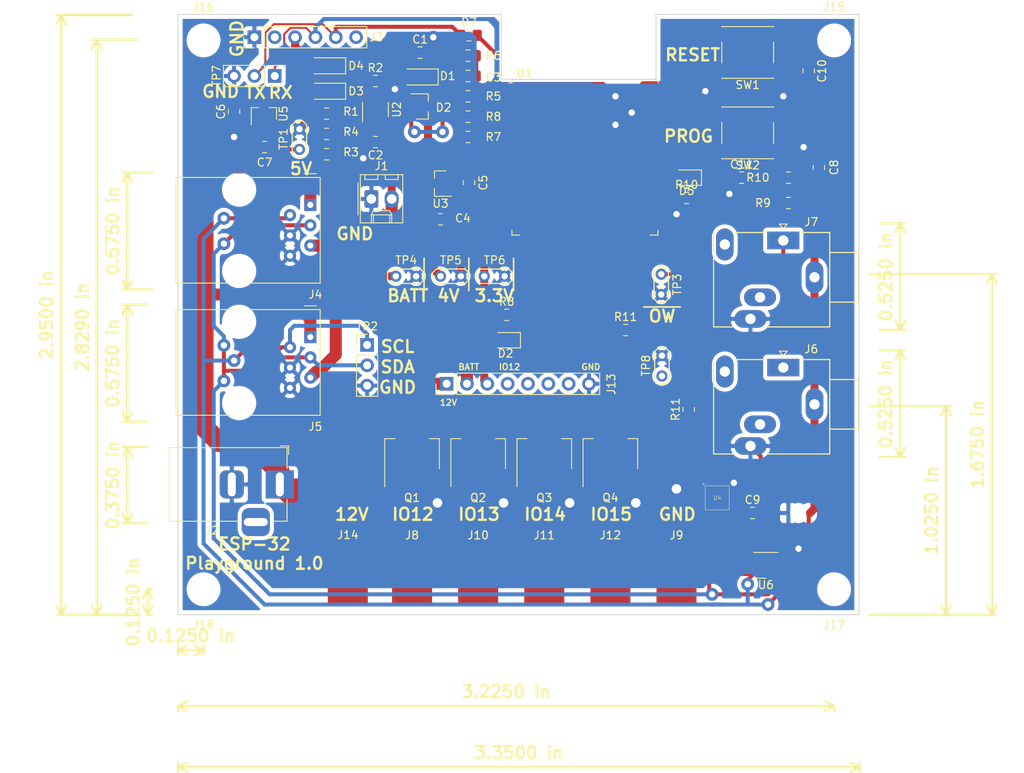
<source format=kicad_pcb>
(kicad_pcb (version 20171130) (host pcbnew "(5.1.0-0)")
  (layers (0 F.Cu signal) (31 B.Cu signal) (34 B.Paste user) (35 F.Paste user) (36 B.SilkS user) (37 F.SilkS user) (38 B.Mask user) (39 F.Mask user) (44 Edge.Cuts user))
  (net 0 "")
  (net 1 GND)
  (net 2 /MCP73831/VIN)
  (net 3 +3V3)
  (net 4 "Net-(R2-Pad1)")
  (net 5 "Net-(R3-Pad1)")
  (net 6 "Net-(U6-Pad7)")
  (net 7 "Net-(U6-Pad3)")
  (net 8 "Net-(U6-Pad4)")
  (net 9 /RX)
  (net 10 /TX)
  (net 11 /DTR)
  (net 12 /CTS)
  (net 13 /ADC)
  (net 14 /MCP1703-33/VDD)
  (net 15 /VCC_FTDI)
  (net 16 +12V)
  (net 17 "Net-(J6-PadRN)")
  (net 18 "Net-(J6-PadTN)")
  (net 19 "Net-(J7-PadTN)")
  (net 20 "Net-(J7-PadRN)")
  (net 21 /RST)
  (net 22 /EN)
  (net 23 /SDA)
  (net 24 /SCL)
  (net 25 "Net-(R10-Pad2)")
  (net 26 /IO14)
  (net 27 /IO12)
  (net 28 /IO13)
  (net 29 /IO15)
  (net 30 "Net-(J8-Pad1)")
  (net 31 "Net-(J10-Pad1)")
  (net 32 "Net-(J11-Pad1)")
  (net 33 "Net-(J12-Pad1)")
  (net 34 +BATT)
  (net 35 /MCP1703-50/5.0V)
  (net 36 "Net-(J15-Pad1)")
  (net 37 "Net-(J17-Pad1)")
  (net 38 "Net-(J18-Pad1)")
  (net 39 "Net-(J16-Pad1)")
  (net 40 "Net-(U1-Pad5)")
  (net 41 /ONE1)
  (net 42 /ONE2)
  (net 43 "Net-(U1-Pad17)")
  (net 44 "Net-(U1-Pad18)")
  (net 45 "Net-(U1-Pad19)")
  (net 46 "Net-(U1-Pad20)")
  (net 47 "Net-(U1-Pad22)")
  (net 48 "Net-(U1-Pad24)")
  (net 49 "Net-(U1-Pad26)")
  (net 50 "Net-(U1-Pad27)")
  (net 51 "Net-(U1-Pad28)")
  (net 52 "Net-(U1-Pad29)")
  (net 53 "Net-(U1-Pad31)")
  (net 54 "Net-(U1-Pad32)")
  (net 55 "Net-(U1-Pad37)")
  (net 56 "Net-(U1-Pad21)")
  (net 57 "Net-(R7-Pad2)")
  (net 58 "Net-(D2-Pad1)")
  (net 59 "Net-(D5-Pad2)")
  (net 60 "Net-(D5-Pad1)")
  (net 61 /IO0)
  (net 62 /EXT4)
  (net 63 /EXT3)
  (net 64 /EXT2)
  (net 65 /EXT1)
  (net 66 /CHARGING)
  (module TestPoint:TestPoint_2Pads_Pitch2.54mm_Drill0.8mm (layer F.Cu) (at 138.41 107.18 90)
    (fp_text reference TP8 (at 1.3 -2 90) (layer F.SilkS))
    (fp_text value OneWire)
    (pad 2 thru_hole circle (at 2.54 0 90) (size 1.4 1.4) (drill 0.8) (layers *.Cu *.Mask) (net 1 GND))
    (pad 1 thru_hole circle (at 0 0 90) (size 1.4 1.4) (drill 0.8) (layers *.Cu *.Mask) (net 42 /ONE2))
  )
  (module Resistor_SMD:R_0805_2012Metric_Pad1.15x1.40mm_HandSolder (layer F.Cu) (at 141.754 111.346 90)
    (fp_text reference R11 (at 0 -1.65 90) (layer F.SilkS))
    (fp_text value 4.7k)
    (pad 2 smd roundrect (at 1.025 0 90) (size 1.15 1.4) (layers F.Cu F.Paste F.Mask) (roundrect_rratio 0.217391) (net 42 /ONE2))
    (pad 1 smd roundrect (at -1.025 0 90) (size 1.15 1.4) (layers F.Cu F.Paste F.Mask) (roundrect_rratio 0.217391) (net 3 +3V3))
  )
  (module Resistor_SMD:R_0805_2012Metric_Pad1.15x1.40mm_HandSolder (layer F.Cu) (at 141.5 84.93)
    (fp_text reference R10 (at 0 -1.65) (layer F.SilkS))
    (fp_text value 10k)
    (pad 2 smd roundrect (at 1.025 0) (size 1.15 1.4) (layers F.Cu F.Paste F.Mask) (roundrect_rratio 0.217391) (net 60 "Net-(D5-Pad1)"))
    (pad 1 smd roundrect (at -1.025 0) (size 1.15 1.4) (layers F.Cu F.Paste F.Mask) (roundrect_rratio 0.217391) (net 1 GND))
  )
  (module Resistor_SMD:R_0805_2012Metric_Pad1.15x1.40mm_HandSolder (layer F.Cu) (at 119.03 99.535)
    (fp_text reference R8 (at 0 -1.65) (layer F.SilkS))
    (fp_text value 10k)
    (pad 2 smd roundrect (at 1.025 0) (size 1.15 1.4) (layers F.Cu F.Paste F.Mask) (roundrect_rratio 0.217391) (net 58 "Net-(D2-Pad1)"))
    (pad 1 smd roundrect (at -1.025 0) (size 1.15 1.4) (layers F.Cu F.Paste F.Mask) (roundrect_rratio 0.217391) (net 1 GND))
  )
  (module LED_SMD:LED_0805_2012Metric_Pad1.15x1.40mm_HandSolder (layer F.Cu) (at 141.5 82.39 180)
    (fp_text reference D5 (at 0 -1.65 180) (layer F.SilkS))
    (fp_text value LED)
    (pad 2 smd roundrect (at 1.025 0 180) (size 1.15 1.4) (layers F.Cu F.Paste F.Mask) (roundrect_rratio 0.217391) (net 59 "Net-(D5-Pad2)"))
    (pad 1 smd roundrect (at -1.025 0 180) (size 1.15 1.4) (layers F.Cu F.Paste F.Mask) (roundrect_rratio 0.217391) (net 60 "Net-(D5-Pad1)"))
  )
  (module LED_SMD:LED_0805_2012Metric_Pad1.15x1.40mm_HandSolder (layer F.Cu) (at 118.885 102.71 180)
    (fp_text reference D2 (at 0 -1.65 180) (layer F.SilkS))
    (fp_text value LED)
    (pad 2 smd roundrect (at 1.025 0 180) (size 1.15 1.4) (layers F.Cu F.Paste F.Mask) (roundrect_rratio 0.217391) (net 3 +3V3))
    (pad 1 smd roundrect (at -1.025 0 180) (size 1.15 1.4) (layers F.Cu F.Paste F.Mask) (roundrect_rratio 0.217391) (net 58 "Net-(D2-Pad1)"))
  )
  (module Resistor_SMD:R_0805_2012Metric_Pad1.15x1.40mm_HandSolder (layer F.Cu) (at 114.322 64.61)
    (fp_text reference R7 (at 0 -1.65) (layer F.SilkS))
    (fp_text value 499)
    (pad 2 smd roundrect (at 1.025 0) (size 1.15 1.4) (layers F.Cu F.Paste F.Mask) (roundrect_rratio 0.217391) (net 57 "Net-(R7-Pad2)"))
    (pad 1 smd roundrect (at -1.025 0) (size 1.15 1.4) (layers F.Cu F.Paste F.Mask) (roundrect_rratio 0.217391) (net 10 /TX))
  )
  (module Capacitor_SMD:C_0805_2012Metric_Pad1.15x1.40mm_HandSolder (layer F.Cu) (at 148.358 82.39)
    (fp_text reference C11 (at 0 -1.65) (layer F.SilkS))
    (fp_text value 100nF)
    (pad 2 smd roundrect (at 1.025 0) (size 1.15 1.4) (layers F.Cu F.Paste F.Mask) (roundrect_rratio 0.217391) (net 61 /IO0))
    (pad 1 smd roundrect (at -1.025 0) (size 1.15 1.4) (layers F.Cu F.Paste F.Mask) (roundrect_rratio 0.217391) (net 1 GND))
  )
  (module Capacitor_SMD:C_0805_2012Metric_Pad1.15x1.40mm_HandSolder (layer F.Cu) (at 156.74 69.055 270)
    (fp_text reference C10 (at 0 -1.65 270) (layer F.SilkS))
    (fp_text value 10uF)
    (pad 2 smd roundrect (at 1.025 0 270) (size 1.15 1.4) (layers F.Cu F.Paste F.Mask) (roundrect_rratio 0.217391) (net 1 GND))
    (pad 1 smd roundrect (at -1.025 0 270) (size 1.15 1.4) (layers F.Cu F.Paste F.Mask) (roundrect_rratio 0.217391) (net 21 /RST))
  )
  (module Resistor_SMD:R_0805_2012Metric_Pad1.15x1.40mm_HandSolder (layer F.Cu) (at 133.88 101.44)
    (fp_text reference R11 (at 0 -1.65) (layer F.SilkS))
    (fp_text value 10k)
    (pad 1 smd roundrect (at -1.025 0) (size 1.15 1.4) (layers F.Cu F.Paste F.Mask) (roundrect_rratio 0.217391) (net 29 /IO15))
    (pad 2 smd roundrect (at 1.025 0) (size 1.15 1.4) (layers F.Cu F.Paste F.Mask) (roundrect_rratio 0.217391) (net 1 GND))
  )
  (module Button_Switch_SMD:SW_SPST_PTS645 (layer F.Cu) (at 149.12 66.75 180)
    (fp_text reference SW1 (at 0 -4.05 180) (layer F.SilkS))
    (fp_text value RESET)
    (pad 2 smd rect (at 3.98 2.25 180) (size 1.55 1.3) (layers F.Cu F.Paste F.Mask) (net 21 /RST))
    (pad 1 smd rect (at 3.98 -2.25 180) (size 1.55 1.3) (layers F.Cu F.Paste F.Mask) (net 1 GND))
    (pad 1 smd rect (at -3.98 -2.25 180) (size 1.55 1.3) (layers F.Cu F.Paste F.Mask) (net 1 GND))
    (pad 2 smd rect (at -3.98 2.25 180) (size 1.55 1.3) (layers F.Cu F.Paste F.Mask) (net 21 /RST))
  )
  (module Button_Switch_SMD:SW_SPST_PTS645 (layer F.Cu) (at 149.12 76.802 180)
    (fp_text reference SW2 (at 0 -4.05 180) (layer F.SilkS))
    (fp_text value PROG)
    (pad 2 smd rect (at -3.98 2.25 180) (size 1.55 1.3) (layers F.Cu F.Paste F.Mask) (net 1 GND))
    (pad 1 smd rect (at -3.98 -2.25 180) (size 1.55 1.3) (layers F.Cu F.Paste F.Mask) (net 61 /IO0))
    (pad 1 smd rect (at 3.98 -2.25 180) (size 1.55 1.3) (layers F.Cu F.Paste F.Mask) (net 61 /IO0))
    (pad 2 smd rect (at 3.98 2.25 180) (size 1.55 1.3) (layers F.Cu F.Paste F.Mask) (net 1 GND))
  )
  (module Package_TO_SOT_SMD:SOT-23 (layer F.Cu) (at 108.48 73.5)
    (fp_text reference D2 (at 2.667 0.127) (layer F.SilkS))
    (fp_text value DMP1045U)
    (pad 1 smd rect (at -1 -0.95) (size 0.9 0.8) (layers F.Cu F.Paste F.Mask) (net 2 /MCP73831/VIN))
    (pad 2 smd rect (at -1 0.95) (size 0.9 0.8) (layers F.Cu F.Paste F.Mask) (net 34 +BATT))
    (pad 3 smd rect (at 1 0) (size 0.9 0.8) (layers F.Cu F.Paste F.Mask) (net 14 /MCP1703-33/VDD))
  )
  (module MountingHole:MountingHole_3.2mm_M3 (layer F.Cu) (at 81.175 65.245)
    (fp_text reference J16 (at 0 -4.2) (layer F.SilkS))
    (fp_text value hole)
    (pad 1 np_thru_hole circle (at 0 0) (size 3.2 3.2) (drill 3.2) (layers *.Cu *.Mask) (net 39 "Net-(J16-Pad1)"))
  )
  (module MountingHole:MountingHole_3.2mm_M3 (layer F.Cu) (at 81.175 133.825)
    (fp_text reference J18 (at 0 4.445) (layer F.SilkS))
    (fp_text value hole)
    (pad 1 np_thru_hole circle (at 0 0) (size 3.2 3.2) (drill 3.2) (layers *.Cu *.Mask) (net 38 "Net-(J18-Pad1)"))
  )
  (module MountingHole:MountingHole_3.2mm_M3 (layer F.Cu) (at 159.915 133.825)
    (fp_text reference J17 (at 0 4.445) (layer F.SilkS))
    (fp_text value hole)
    (pad 1 np_thru_hole circle (at 0 0) (size 3.2 3.2) (drill 3.2) (layers *.Cu *.Mask) (net 37 "Net-(J17-Pad1)"))
  )
  (module MountingHole:MountingHole_3.2mm_M3 (layer F.Cu) (at 159.915 65.245)
    (fp_text reference J15 (at 0 -4.2) (layer F.SilkS))
    (fp_text value hole)
    (pad 1 np_thru_hole circle (at 0 0) (size 3.2 3.2) (drill 3.2) (layers *.Cu *.Mask) (net 36 "Net-(J15-Pad1)"))
  )
  (module Capacitor_SMD:C_0805_2012Metric_Pad1.15x1.40mm_HandSolder (layer F.Cu) (at 149.725001 124.3)
    (fp_text reference C9 (at 0 -1.65) (layer F.SilkS))
    (fp_text value 10uF)
    (pad 2 smd roundrect (at 1.025 0) (size 1.15 1.4) (layers F.Cu F.Paste F.Mask) (roundrect_rratio 0.217391) (net 1 GND))
    (pad 1 smd roundrect (at -1.025 0) (size 1.15 1.4) (layers F.Cu F.Paste F.Mask) (roundrect_rratio 0.217391) (net 3 +3V3))
  )
  (module Capacitor_SMD:C_0805_2012Metric_Pad1.15x1.40mm_HandSolder (layer F.Cu) (at 158.01 81.12 90)
    (fp_text reference C8 (at 0 1.905 90) (layer F.SilkS))
    (fp_text value 10uF)
    (pad 2 smd roundrect (at 1.025 0 90) (size 1.15 1.4) (layers F.Cu F.Paste F.Mask) (roundrect_rratio 0.217391) (net 1 GND))
    (pad 1 smd roundrect (at -1.025 0 90) (size 1.15 1.4) (layers F.Cu F.Paste F.Mask) (roundrect_rratio 0.217391) (net 3 +3V3))
  )
  (module Connector_PinHeader_2.54mm:PinHeader_1x03_P2.54mm_Vertical (layer F.Cu) (at 90.065 69.69 270)
    (fp_text reference TP7 (at 0 7.261 270) (layer F.SilkS))
    (fp_text value Test_UART)
    (pad 3 thru_hole oval (at 0 5.08 270) (size 1.7 1.7) (drill 1) (layers *.Cu *.Mask) (net 1 GND))
    (pad 2 thru_hole oval (at 0 2.54 270) (size 1.7 1.7) (drill 1) (layers *.Cu *.Mask) (net 10 /TX))
    (pad 1 thru_hole rect (at 0 0 270) (size 1.7 1.7) (drill 1) (layers *.Cu *.Mask) (net 9 /RX))
  )
  (module Connector_PinHeader_2.54mm:PinHeader_1x03_P2.54mm_Vertical (layer F.Cu) (at 101.6 103.3)
    (fp_text reference TP2 (at 0 -2.33) (layer F.SilkS))
    (fp_text value Test_i2C)
    (pad 3 thru_hole oval (at 0 5.08) (size 1.7 1.7) (drill 1) (layers *.Cu *.Mask) (net 1 GND))
    (pad 2 thru_hole oval (at 0 2.54) (size 1.7 1.7) (drill 1) (layers *.Cu *.Mask) (net 23 /SDA))
    (pad 1 thru_hole rect (at 0 0) (size 1.7 1.7) (drill 1) (layers *.Cu *.Mask) (net 24 /SCL))
  )
  (module Connector_Wire:SolderWirePad_1x01_SMD_5x10mm (layer F.Cu) (at 99.190001 130.845001)
    (fp_text reference J14 (at 0 -3.81) (layer F.SilkS))
    (fp_text value +12V)
    (pad 1 smd rect (at 0 0) (size 5 10) (layers F.Cu F.Paste F.Mask) (net 16 +12V))
  )
  (module TestPoint:TestPoint_2Pads_Pitch2.54mm_Drill0.8mm (layer F.Cu) (at 110.766 94.709)
    (fp_text reference TP5 (at 1.3 -2) (layer F.SilkS))
    (fp_text value V_OUT)
    (pad 2 thru_hole circle (at 2.54 0) (size 1.4 1.4) (drill 0.8) (layers *.Cu *.Mask) (net 1 GND))
    (pad 1 thru_hole circle (at 0 0) (size 1.4 1.4) (drill 0.8) (layers *.Cu *.Mask) (net 14 /MCP1703-33/VDD))
  )
  (module TestPoint:TestPoint_2Pads_Pitch2.54mm_Drill0.8mm (layer F.Cu) (at 116.227 94.709)
    (fp_text reference TP6 (at 1.3 -2) (layer F.SilkS))
    (fp_text value 3.3V)
    (pad 2 thru_hole circle (at 2.54 0) (size 1.4 1.4) (drill 0.8) (layers *.Cu *.Mask) (net 1 GND))
    (pad 1 thru_hole circle (at 0 0) (size 1.4 1.4) (drill 0.8) (layers *.Cu *.Mask) (net 3 +3V3))
  )
  (module Connector_PinHeader_2.54mm:PinHeader_1x08_P2.54mm_Vertical (layer F.Cu) (at 111.528 108.152 90)
    (fp_text reference J13 (at -0.052 20.552 270) (layer F.SilkS))
    (fp_text value IO_RGBW)
    (pad 8 thru_hole oval (at 0 17.78 90) (size 1.7 1.7) (drill 1) (layers *.Cu *.Mask) (net 1 GND))
    (pad 7 thru_hole oval (at 0 15.24 90) (size 1.7 1.7) (drill 1) (layers *.Cu *.Mask) (net 62 /EXT4))
    (pad 6 thru_hole oval (at 0 12.7 90) (size 1.7 1.7) (drill 1) (layers *.Cu *.Mask) (net 63 /EXT3))
    (pad 5 thru_hole oval (at 0 10.16 90) (size 1.7 1.7) (drill 1) (layers *.Cu *.Mask) (net 64 /EXT2))
    (pad 4 thru_hole oval (at 0 7.62 90) (size 1.7 1.7) (drill 1) (layers *.Cu *.Mask) (net 65 /EXT1))
    (pad 3 thru_hole oval (at 0 5.08 90) (size 1.7 1.7) (drill 1) (layers *.Cu *.Mask) (net 3 +3V3))
    (pad 2 thru_hole oval (at 0 2.54 90) (size 1.7 1.7) (drill 1) (layers *.Cu *.Mask) (net 34 +BATT))
    (pad 1 thru_hole rect (at 0 0 90) (size 1.7 1.7) (drill 1) (layers *.Cu *.Mask) (net 16 +12V))
  )
  (module TestPoint:TestPoint_2Pads_Pitch2.54mm_Drill0.8mm (layer F.Cu) (at 138.325 94.455 270)
    (fp_text reference TP3 (at 1.3 -2 270) (layer F.SilkS))
    (fp_text value OneWire)
    (pad 2 thru_hole circle (at 2.54 0 270) (size 1.4 1.4) (drill 0.8) (layers *.Cu *.Mask) (net 1 GND))
    (pad 1 thru_hole circle (at 0 0 270) (size 1.4 1.4) (drill 0.8) (layers *.Cu *.Mask) (net 41 /ONE1))
  )
  (module TestPoint:TestPoint_2Pads_Pitch2.54mm_Drill0.8mm (layer F.Cu) (at 105.178 94.709)
    (fp_text reference TP4 (at 1.3 -2) (layer F.SilkS))
    (fp_text value V_BAT)
    (pad 2 thru_hole circle (at 2.54 0) (size 1.4 1.4) (drill 0.8) (layers *.Cu *.Mask) (net 1 GND))
    (pad 1 thru_hole circle (at 0 0) (size 1.4 1.4) (drill 0.8) (layers *.Cu *.Mask) (net 34 +BATT))
  )
  (module Capacitor_SMD:C_0805_2012Metric_Pad1.15x1.40mm_HandSolder (layer F.Cu) (at 108.217 66.769)
    (fp_text reference C1 (at 0 -1.65) (layer F.SilkS))
    (fp_text value 10uF)
    (pad 2 smd roundrect (at 1.025 0) (size 1.15 1.4) (layers F.Cu F.Paste F.Mask) (roundrect_rratio 0.217391) (net 1 GND))
    (pad 1 smd roundrect (at -1.025 0) (size 1.15 1.4) (layers F.Cu F.Paste F.Mask) (roundrect_rratio 0.217391) (net 2 /MCP73831/VIN))
  )
  (module Connector_Wire:SolderWirePad_1x01_SMD_5x10mm (layer F.Cu) (at 140.23 130.885)
    (fp_text reference J9 (at 0 -3.81) (layer F.SilkS))
    (fp_text value Pad)
    (pad 1 smd rect (at 0 0) (size 5 10) (layers F.Cu F.Paste F.Mask) (net 1 GND))
  )
  (module Connector_Wire:SolderWirePad_1x01_SMD_5x10mm (layer F.Cu) (at 115.465 130.885)
    (fp_text reference J10 (at 0 -3.81) (layer F.SilkS))
    (fp_text value Green)
    (pad 1 smd rect (at 0 0) (size 5 10) (layers F.Cu F.Paste F.Mask) (net 31 "Net-(J10-Pad1)"))
  )
  (module Connector_Wire:SolderWirePad_1x01_SMD_5x10mm (layer F.Cu) (at 123.72 130.885)
    (fp_text reference J11 (at 0 -3.81) (layer F.SilkS))
    (fp_text value Blue)
    (pad 1 smd rect (at 0 0) (size 5 10) (layers F.Cu F.Paste F.Mask) (net 32 "Net-(J11-Pad1)"))
  )
  (module Connector_Wire:SolderWirePad_1x01_SMD_5x10mm (layer F.Cu) (at 131.975 130.885)
    (fp_text reference J12 (at 0 -3.81) (layer F.SilkS))
    (fp_text value White)
    (pad 1 smd rect (at 0 0) (size 5 10) (layers F.Cu F.Paste F.Mask) (net 33 "Net-(J12-Pad1)"))
  )
  (module Connector_Wire:SolderWirePad_1x01_SMD_5x10mm (layer F.Cu) (at 107.21 130.885)
    (fp_text reference J8 (at 0 -3.81) (layer F.SilkS))
    (fp_text value Red)
    (pad 1 smd rect (at 0 0) (size 5 10) (layers F.Cu F.Paste F.Mask) (net 30 "Net-(J8-Pad1)"))
  )
  (module Package_TO_SOT_SMD:SOT-223 (layer F.Cu) (at 115.465 116.915 90)
    (fp_text reference Q2 (at -5.48 0 180) (layer F.SilkS))
    (fp_text value BSP75)
    (pad 4 smd rect (at 3.15 0 90) (size 2 3.8) (layers F.Cu F.Paste F.Mask))
    (pad 2 smd rect (at -3.15 0 90) (size 2 1.5) (layers F.Cu F.Paste F.Mask) (net 31 "Net-(J10-Pad1)"))
    (pad 3 smd rect (at -3.15 2.3 90) (size 2 1.5) (layers F.Cu F.Paste F.Mask) (net 1 GND))
    (pad 1 smd rect (at -3.15 -2.3 90) (size 2 1.5) (layers F.Cu F.Paste F.Mask) (net 28 /IO13))
  )
  (module Package_TO_SOT_SMD:SOT-223 (layer F.Cu) (at 123.72 116.915 90)
    (fp_text reference Q3 (at -5.48 0 180) (layer F.SilkS))
    (fp_text value BSP75)
    (pad 4 smd rect (at 3.15 0 90) (size 2 3.8) (layers F.Cu F.Paste F.Mask))
    (pad 2 smd rect (at -3.15 0 90) (size 2 1.5) (layers F.Cu F.Paste F.Mask) (net 32 "Net-(J11-Pad1)"))
    (pad 3 smd rect (at -3.15 2.3 90) (size 2 1.5) (layers F.Cu F.Paste F.Mask) (net 1 GND))
    (pad 1 smd rect (at -3.15 -2.3 90) (size 2 1.5) (layers F.Cu F.Paste F.Mask) (net 26 /IO14))
  )
  (module Package_TO_SOT_SMD:SOT-223 (layer F.Cu) (at 131.975 116.915 90)
    (fp_text reference Q4 (at -5.48 0 180) (layer F.SilkS))
    (fp_text value BSP75)
    (pad 4 smd rect (at 3.15 0 90) (size 2 3.8) (layers F.Cu F.Paste F.Mask))
    (pad 2 smd rect (at -3.15 0 90) (size 2 1.5) (layers F.Cu F.Paste F.Mask) (net 33 "Net-(J12-Pad1)"))
    (pad 3 smd rect (at -3.15 2.3 90) (size 2 1.5) (layers F.Cu F.Paste F.Mask) (net 1 GND))
    (pad 1 smd rect (at -3.15 -2.3 90) (size 2 1.5) (layers F.Cu F.Paste F.Mask) (net 29 /IO15))
  )
  (module Package_TO_SOT_SMD:SOT-223 (layer F.Cu) (at 107.21 116.915 90)
    (fp_text reference Q1 (at -5.48 0 180) (layer F.SilkS))
    (fp_text value BSP75)
    (pad 4 smd rect (at 3.15 0 90) (size 2 3.8) (layers F.Cu F.Paste F.Mask))
    (pad 2 smd rect (at -3.15 0 90) (size 2 1.5) (layers F.Cu F.Paste F.Mask) (net 30 "Net-(J8-Pad1)"))
    (pad 3 smd rect (at -3.15 2.3 90) (size 2 1.5) (layers F.Cu F.Paste F.Mask) (net 1 GND))
    (pad 1 smd rect (at -3.15 -2.3 90) (size 2 1.5) (layers F.Cu F.Paste F.Mask) (net 27 /IO12))
  )
  (module Capacitor_SMD:C_0805_2012Metric_Pad1.15x1.40mm_HandSolder (layer F.Cu) (at 102.647 77.945 180)
    (fp_text reference C2 (at 0 -1.65 180) (layer F.SilkS))
    (fp_text value 10uF)
    (pad 2 smd roundrect (at 1.025 0 180) (size 1.15 1.4) (layers F.Cu F.Paste F.Mask) (roundrect_rratio 0.217391) (net 1 GND))
    (pad 1 smd roundrect (at -1.025 0 180) (size 1.15 1.4) (layers F.Cu F.Paste F.Mask) (roundrect_rratio 0.217391) (net 34 +BATT))
  )
  (module Capacitor_SMD:C_0805_2012Metric_Pad1.15x1.40mm_HandSolder (layer F.Cu) (at 114.195 69.69 180)
    (fp_text reference C3 (at -3.175 -0.175 180) (layer F.SilkS))
    (fp_text value 100nF)
    (pad 2 smd roundrect (at 1.025 0 180) (size 1.15 1.4) (layers F.Cu F.Paste F.Mask) (roundrect_rratio 0.217391) (net 1 GND))
    (pad 1 smd roundrect (at -1.025 0 180) (size 1.15 1.4) (layers F.Cu F.Paste F.Mask) (roundrect_rratio 0.217391) (net 13 /ADC))
  )
  (module Capacitor_SMD:C_0805_2012Metric_Pad1.15x1.40mm_HandSolder (layer F.Cu) (at 110.766 87.597 180)
    (fp_text reference C4 (at -2.794 0.127 180) (layer F.SilkS))
    (fp_text value 1uF)
    (pad 2 smd roundrect (at 1.025 0 180) (size 1.15 1.4) (layers F.Cu F.Paste F.Mask) (roundrect_rratio 0.217391) (net 14 /MCP1703-33/VDD))
    (pad 1 smd roundrect (at -1.025 0 180) (size 1.15 1.4) (layers F.Cu F.Paste F.Mask) (roundrect_rratio 0.217391) (net 1 GND))
  )
  (module Capacitor_SMD:C_0805_2012Metric_Pad1.15x1.40mm_HandSolder (layer F.Cu) (at 114.322 83.025 90)
    (fp_text reference C5 (at 0 1.778 90) (layer F.SilkS))
    (fp_text value 1uF)
    (pad 2 smd roundrect (at 1.025 0 90) (size 1.15 1.4) (layers F.Cu F.Paste F.Mask) (roundrect_rratio 0.217391) (net 3 +3V3))
    (pad 1 smd roundrect (at -1.025 0 90) (size 1.15 1.4) (layers F.Cu F.Paste F.Mask) (roundrect_rratio 0.217391) (net 1 GND))
  )
  (module Diode_SMD:D_SOD-123 (layer F.Cu) (at 108.226 69.817 180)
    (fp_text reference D1 (at -3.429 0.127 180) (layer F.SilkS))
    (fp_text value D_Schottky)
    (pad 2 smd rect (at 1.65 0 180) (size 0.9 1.2) (layers F.Cu F.Paste F.Mask) (net 2 /MCP73831/VIN))
    (pad 1 smd rect (at -1.65 0 180) (size 0.9 1.2) (layers F.Cu F.Paste F.Mask) (net 14 /MCP1703-33/VDD))
  )
  (module Connector_Molex:Molex_KK-254_AE-6410-02A_1x02_P2.54mm_Vertical (layer F.Cu) (at 102.13 85.057)
    (fp_text reference J1 (at 1.27 -4.12) (layer F.SilkS))
    (fp_text value BATT)
    (pad 2 thru_hole oval (at 2.54 0) (size 1.74 2.2) (drill 1.2) (layers *.Cu *.Mask) (net 34 +BATT))
    (pad 1 thru_hole roundrect (at 0 0) (size 1.74 2.2) (drill 1.2) (layers *.Cu *.Mask) (roundrect_rratio 0.143678) (net 1 GND))
  )
  (module Resistor_SMD:R_0805_2012Metric_Pad1.15x1.40mm_HandSolder (layer F.Cu) (at 96.542 74.389 180)
    (fp_text reference R1 (at -3.048 0.254 180) (layer F.SilkS))
    (fp_text value 100k)
    (pad 2 smd roundrect (at 1.025 0 180) (size 1.15 1.4) (layers F.Cu F.Paste F.Mask) (roundrect_rratio 0.217391) (net 1 GND))
    (pad 1 smd roundrect (at -1.025 0 180) (size 1.15 1.4) (layers F.Cu F.Paste F.Mask) (roundrect_rratio 0.217391) (net 2 /MCP73831/VIN))
  )
  (module Resistor_SMD:R_0805_2012Metric_Pad1.15x1.40mm_HandSolder (layer F.Cu) (at 102.638 70.325)
    (fp_text reference R2 (at 0 -1.65) (layer F.SilkS))
    (fp_text value 10k)
    (pad 2 smd roundrect (at 1.025 0) (size 1.15 1.4) (layers F.Cu F.Paste F.Mask) (roundrect_rratio 0.217391) (net 1 GND))
    (pad 1 smd roundrect (at -1.025 0) (size 1.15 1.4) (layers F.Cu F.Paste F.Mask) (roundrect_rratio 0.217391) (net 4 "Net-(R2-Pad1)"))
  )
  (module Resistor_SMD:R_0805_2012Metric_Pad1.15x1.40mm_HandSolder (layer F.Cu) (at 96.542 79.469 180)
    (fp_text reference R3 (at -3.048 0.254 180) (layer F.SilkS))
    (fp_text value 10k)
    (pad 2 smd roundrect (at 1.025 0 180) (size 1.15 1.4) (layers F.Cu F.Paste F.Mask) (roundrect_rratio 0.217391) (net 66 /CHARGING))
    (pad 1 smd roundrect (at -1.025 0 180) (size 1.15 1.4) (layers F.Cu F.Paste F.Mask) (roundrect_rratio 0.217391) (net 5 "Net-(R3-Pad1)"))
  )
  (module Resistor_SMD:R_0805_2012Metric_Pad1.15x1.40mm_HandSolder (layer F.Cu) (at 96.542 76.929)
    (fp_text reference R4 (at 3.048 -0.254) (layer F.SilkS))
    (fp_text value 10k)
    (pad 2 smd roundrect (at 1.025 0) (size 1.15 1.4) (layers F.Cu F.Paste F.Mask) (roundrect_rratio 0.217391) (net 2 /MCP73831/VIN))
    (pad 1 smd roundrect (at -1.025 0) (size 1.15 1.4) (layers F.Cu F.Paste F.Mask) (roundrect_rratio 0.217391) (net 66 /CHARGING))
  )
  (module Resistor_SMD:R_0805_2012Metric_Pad1.15x1.40mm_HandSolder (layer F.Cu) (at 114.195 72.23)
    (fp_text reference R5 (at 3.175 0) (layer F.SilkS))
    (fp_text value 1M)
    (pad 2 smd roundrect (at 1.025 0) (size 1.15 1.4) (layers F.Cu F.Paste F.Mask) (roundrect_rratio 0.217391) (net 13 /ADC))
    (pad 1 smd roundrect (at -1.025 0) (size 1.15 1.4) (layers F.Cu F.Paste F.Mask) (roundrect_rratio 0.217391) (net 34 +BATT))
  )
  (module Resistor_SMD:R_0805_2012Metric_Pad1.15x1.40mm_HandSolder (layer F.Cu) (at 114.195 67.15 180)
    (fp_text reference R6 (at -3.175 0 180) (layer F.SilkS))
    (fp_text value 270k)
    (pad 2 smd roundrect (at 1.025 0 180) (size 1.15 1.4) (layers F.Cu F.Paste F.Mask) (roundrect_rratio 0.217391) (net 1 GND))
    (pad 1 smd roundrect (at -1.025 0 180) (size 1.15 1.4) (layers F.Cu F.Paste F.Mask) (roundrect_rratio 0.217391) (net 13 /ADC))
  )
  (module Package_TO_SOT_SMD:SOT-23-5 (layer F.Cu) (at 102.638 73.881 90)
    (fp_text reference U2 (at 0 2.667 90) (layer F.SilkS))
    (fp_text value MCP73831-2)
    (pad 5 smd rect (at 1.1 -0.95 90) (size 1.06 0.65) (layers F.Cu F.Paste F.Mask) (net 4 "Net-(R2-Pad1)"))
    (pad 4 smd rect (at 1.1 0.95 90) (size 1.06 0.65) (layers F.Cu F.Paste F.Mask) (net 2 /MCP73831/VIN))
    (pad 3 smd rect (at -1.1 0.95 90) (size 1.06 0.65) (layers F.Cu F.Paste F.Mask) (net 34 +BATT))
    (pad 2 smd rect (at -1.1 0 90) (size 1.06 0.65) (layers F.Cu F.Paste F.Mask) (net 1 GND))
    (pad 1 smd rect (at -1.1 -0.95 90) (size 1.06 0.65) (layers F.Cu F.Paste F.Mask) (net 5 "Net-(R3-Pad1)"))
  )
  (module Package_TO_SOT_SMD:SOT-23 (layer F.Cu) (at 110.766 83.133 180)
    (fp_text reference U3 (at 0 -2.5 180) (layer F.SilkS))
    (fp_text value MCP1703-33)
    (pad 3 smd rect (at 1 0 180) (size 0.9 0.8) (layers F.Cu F.Paste F.Mask) (net 14 /MCP1703-33/VDD))
    (pad 2 smd rect (at -1 0.95 180) (size 0.9 0.8) (layers F.Cu F.Paste F.Mask) (net 3 +3V3))
    (pad 1 smd rect (at -1 -0.95 180) (size 0.9 0.8) (layers F.Cu F.Paste F.Mask) (net 1 GND))
  )
  (module Connector_BarrelJack:BarrelJack_Horizontal (layer F.Cu) (at 90.7 120.725)
    (fp_text reference J2 (at -8.45 5.75) (layer F.SilkS))
    (fp_text value "5 / 12V")
    (pad 1 thru_hole rect (at 0 0) (size 3.5 3.5) (drill oval 1 3) (layers *.Cu *.Mask) (net 16 +12V))
    (pad 2 thru_hole roundrect (at -6 0) (size 3 3.5) (drill oval 1 3) (layers *.Cu *.Mask) (net 1 GND))
    (pad 3 thru_hole roundrect (at -3 4.7) (size 3.5 3.5) (drill oval 3 1) (layers *.Cu *.Mask))
  )
  (module Package_DFN_QFN:DFN-6-1EP_3x3mm_P1mm_EP1.5x2.4mm (layer F.Cu) (at 151.39 130.83 180)
    (fp_text reference U6 (at 0 -2.45 180) (layer F.SilkS))
    (fp_text value Si7020-A20)
    (pad 7 smd roundrect (at 0 0 180) (size 1.5 2.4) (layers F.Cu F.Mask) (roundrect_rratio 0.166667) (net 6 "Net-(U6-Pad7)"))
    (pad 1 smd roundrect (at -1.45 -1 180) (size 0.8 0.4) (layers F.Cu F.Paste F.Mask) (net 23 /SDA))
    (pad 2 smd roundrect (at -1.45 0 180) (size 0.8 0.4) (layers F.Cu F.Paste F.Mask) (net 1 GND))
    (pad 3 smd roundrect (at -1.45 1 180) (size 0.8 0.4) (layers F.Cu F.Paste F.Mask) (net 7 "Net-(U6-Pad3)"))
    (pad 4 smd roundrect (at 1.45 1 180) (size 0.8 0.4) (layers F.Cu F.Paste F.Mask) (net 8 "Net-(U6-Pad4)"))
    (pad 5 smd roundrect (at 1.45 0 180) (size 0.8 0.4) (layers F.Cu F.Paste F.Mask) (net 3 +3V3))
    (pad 6 smd roundrect (at 1.45 -1 180) (size 0.8 0.4) (layers F.Cu F.Paste F.Mask) (net 24 /SCL))
  )
  (module Connector_PinHeader_2.54mm:PinHeader_1x06_P2.54mm_Vertical (layer F.Cu) (at 87.525 64.845 90)
    (fp_text reference J3 (at 0 15.24 180) (layer F.SilkS))
    (fp_text value "CONN FT232RL")
    (pad 6 thru_hole oval (at 0 12.7 90) (size 1.7 1.7) (drill 1) (layers *.Cu *.Mask) (net 11 /DTR))
    (pad 5 thru_hole oval (at 0 10.16 90) (size 1.7 1.7) (drill 1) (layers *.Cu *.Mask) (net 10 /TX))
    (pad 4 thru_hole oval (at 0 7.62 90) (size 1.7 1.7) (drill 1) (layers *.Cu *.Mask) (net 9 /RX))
    (pad 3 thru_hole oval (at 0 5.08 90) (size 1.7 1.7) (drill 1) (layers *.Cu *.Mask) (net 15 /VCC_FTDI))
    (pad 2 thru_hole oval (at 0 2.54 90) (size 1.7 1.7) (drill 1) (layers *.Cu *.Mask) (net 12 /CTS))
    (pad 1 thru_hole rect (at 0 0 90) (size 1.7 1.7) (drill 1) (layers *.Cu *.Mask) (net 1 GND))
  )
  (module Connector_RJ:RJ12_Amphenol_54601 (layer F.Cu) (at 94.51 85.8 270)
    (fp_text reference J4 (at 11.195 -0.635) (layer F.SilkS))
    (fp_text value RJ12-I2C)
    (pad "" np_thru_hole circle (at 8.25 8.89 270) (size 3.25 3.25) (drill 3.25) (layers *.Cu *.Mask))
    (pad 6 thru_hole circle (at 6.35 2.54 270) (size 1.52 1.52) (drill 0.76) (layers *.Cu *.Mask) (net 1 GND))
    (pad 5 thru_hole circle (at 5.08 0 270) (size 1.52 1.52) (drill 0.76) (layers *.Cu *.Mask) (net 34 +BATT))
    (pad 4 thru_hole circle (at 3.81 2.54 270) (size 1.52 1.52) (drill 0.76) (layers *.Cu *.Mask) (net 1 GND))
    (pad 3 thru_hole circle (at 2.54 0 270) (size 1.52 1.52) (drill 0.76) (layers *.Cu *.Mask) (net 23 /SDA))
    (pad 2 thru_hole circle (at 1.27 2.54 270) (size 1.52 1.52) (drill 0.76) (layers *.Cu *.Mask) (net 24 /SCL))
    (pad "" np_thru_hole circle (at -1.91 8.89 270) (size 3.25 3.25) (drill 3.25) (layers *.Cu *.Mask))
    (pad 1 thru_hole rect (at 0 0 270) (size 1.52 1.52) (drill 0.76) (layers *.Cu *.Mask) (net 16 +12V))
  )
  (module Connector_RJ:RJ12_Amphenol_54601 (layer F.Cu) (at 94.51 102.31 270)
    (fp_text reference J5 (at 11.195 -0.635) (layer F.SilkS))
    (fp_text value RJ12-I2C)
    (pad "" np_thru_hole circle (at 8.25 8.89 270) (size 3.25 3.25) (drill 3.25) (layers *.Cu *.Mask))
    (pad 6 thru_hole circle (at 6.35 2.54 270) (size 1.52 1.52) (drill 0.76) (layers *.Cu *.Mask) (net 1 GND))
    (pad 5 thru_hole circle (at 5.08 0 270) (size 1.52 1.52) (drill 0.76) (layers *.Cu *.Mask) (net 34 +BATT))
    (pad 4 thru_hole circle (at 3.81 2.54 270) (size 1.52 1.52) (drill 0.76) (layers *.Cu *.Mask) (net 1 GND))
    (pad 3 thru_hole circle (at 2.54 0 270) (size 1.52 1.52) (drill 0.76) (layers *.Cu *.Mask) (net 23 /SDA))
    (pad 2 thru_hole circle (at 1.27 2.54 270) (size 1.52 1.52) (drill 0.76) (layers *.Cu *.Mask) (net 24 /SCL))
    (pad "" np_thru_hole circle (at -1.91 8.89 270) (size 3.25 3.25) (drill 3.25) (layers *.Cu *.Mask))
    (pad 1 thru_hole rect (at 0 0 270) (size 1.52 1.52) (drill 0.76) (layers *.Cu *.Mask) (net 16 +12V))
  )
  (module Resistor_SMD:R_0805_2012Metric_Pad1.15x1.40mm_HandSolder (layer F.Cu) (at 114.195 77.31)
    (fp_text reference R7 (at 3.175 0) (layer F.SilkS))
    (fp_text value 10k)
    (pad 2 smd roundrect (at 1.025 0) (size 1.15 1.4) (layers F.Cu F.Paste F.Mask) (roundrect_rratio 0.217391) (net 21 /RST))
    (pad 1 smd roundrect (at -1.025 0) (size 1.15 1.4) (layers F.Cu F.Paste F.Mask) (roundrect_rratio 0.217391) (net 3 +3V3))
  )
  (module TestPoint:TestPoint_2Pads_Pitch2.54mm_Drill0.8mm (layer F.Cu) (at 93.15 78.865 90)
    (fp_text reference TP1 (at 1.3 -2 90) (layer F.SilkS))
    (fp_text value 5V)
    (pad 2 thru_hole circle (at 2.54 0 90) (size 1.4 1.4) (drill 0.8) (layers *.Cu *.Mask) (net 1 GND))
    (pad 1 thru_hole circle (at 0 0 90) (size 1.4 1.4) (drill 0.8) (layers *.Cu *.Mask) (net 35 /MCP1703-50/5.0V))
  )
  (module Capacitor_SMD:C_0805_2012Metric_Pad1.15x1.40mm_HandSolder (layer F.Cu) (at 84.985 74.135 90)
    (fp_text reference C6 (at 0 -1.65 90) (layer F.SilkS))
    (fp_text value 1uF)
    (pad 2 smd roundrect (at 1.025 0 90) (size 1.15 1.4) (layers F.Cu F.Paste F.Mask) (roundrect_rratio 0.217391) (net 16 +12V))
    (pad 1 smd roundrect (at -1.025 0 90) (size 1.15 1.4) (layers F.Cu F.Paste F.Mask) (roundrect_rratio 0.217391) (net 1 GND))
  )
  (module Capacitor_SMD:C_0805_2012Metric_Pad1.15x1.40mm_HandSolder (layer F.Cu) (at 88.795 78.58)
    (fp_text reference C7 (at 0 1.905) (layer F.SilkS))
    (fp_text value 1uF)
    (pad 2 smd roundrect (at 1.025 0) (size 1.15 1.4) (layers F.Cu F.Paste F.Mask) (roundrect_rratio 0.217391) (net 35 /MCP1703-50/5.0V))
    (pad 1 smd roundrect (at -1.025 0) (size 1.15 1.4) (layers F.Cu F.Paste F.Mask) (roundrect_rratio 0.217391) (net 1 GND))
  )
  (module Diode_SMD:D_SOD-123 (layer F.Cu) (at 96.669 71.595 180)
    (fp_text reference D3 (at -3.556 0 180) (layer F.SilkS))
    (fp_text value D_Schottky)
    (pad 2 smd rect (at 1.65 0 180) (size 0.9 1.2) (layers F.Cu F.Paste F.Mask) (net 35 /MCP1703-50/5.0V))
    (pad 1 smd rect (at -1.65 0 180) (size 0.9 1.2) (layers F.Cu F.Paste F.Mask) (net 2 /MCP73831/VIN))
  )
  (module Diode_SMD:D_SOD-123 (layer F.Cu) (at 96.669 68.42 180)
    (fp_text reference D4 (at -3.556 0 180) (layer F.SilkS))
    (fp_text value D_Schottky)
    (pad 2 smd rect (at 1.65 0 180) (size 0.9 1.2) (layers F.Cu F.Paste F.Mask) (net 15 /VCC_FTDI))
    (pad 1 smd rect (at -1.65 0 180) (size 0.9 1.2) (layers F.Cu F.Paste F.Mask) (net 2 /MCP73831/VIN))
  )
  (module Connector_Audio:Jack_3.5mm_Ledino_KB3SPRS_Horizontal (layer F.Cu) (at 153.565 106.12 180)
    (fp_text reference J6 (at -3.5 2.3 180) (layer F.SilkS))
    (fp_text value Onewire)
    (pad S thru_hole oval (at -3.9 -4.6 180) (size 2.2 4) (drill 1.3) (layers *.Cu *.Mask) (net 3 +3V3))
    (pad R thru_hole oval (at 4.1 -9.8 180) (size 4 2.2) (drill 1.3) (layers *.Cu *.Mask) (net 1 GND))
    (pad RN thru_hole oval (at 2.9 -7.1 180) (size 4 2.2) (drill 1.3) (layers *.Cu *.Mask) (net 17 "Net-(J6-PadRN)"))
    (pad TN thru_hole oval (at 7.3 -0.5 270) (size 4 2.2) (drill 1.3) (layers *.Cu *.Mask) (net 18 "Net-(J6-PadTN)"))
    (pad T thru_hole rect (at 0 0 180) (size 4 2.2) (drill 1.3) (layers *.Cu *.Mask) (net 42 /ONE2))
  )
  (module Connector_Audio:Jack_3.5mm_Ledino_KB3SPRS_Horizontal (layer F.Cu) (at 153.565 90.245 180)
    (fp_text reference J7 (at -3.5 2.3 180) (layer F.SilkS))
    (fp_text value Onewire)
    (pad S thru_hole oval (at -3.9 -4.6 180) (size 2.2 4) (drill 1.3) (layers *.Cu *.Mask) (net 3 +3V3))
    (pad R thru_hole oval (at 4.1 -9.8 180) (size 4 2.2) (drill 1.3) (layers *.Cu *.Mask) (net 1 GND))
    (pad RN thru_hole oval (at 2.9 -7.1 180) (size 4 2.2) (drill 1.3) (layers *.Cu *.Mask) (net 20 "Net-(J7-PadRN)"))
    (pad TN thru_hole oval (at 7.3 -0.5 270) (size 4 2.2) (drill 1.3) (layers *.Cu *.Mask) (net 19 "Net-(J7-PadTN)"))
    (pad T thru_hole rect (at 0 0 180) (size 4 2.2) (drill 1.3) (layers *.Cu *.Mask) (net 41 /ONE1))
  )
  (module Resistor_SMD:R_0805_2012Metric_Pad1.15x1.40mm_HandSolder (layer F.Cu) (at 114.195 74.77)
    (fp_text reference R8 (at 3.175 0) (layer F.SilkS))
    (fp_text value 10k)
    (pad 2 smd roundrect (at 1.025 0) (size 1.15 1.4) (layers F.Cu F.Paste F.Mask) (roundrect_rratio 0.217391) (net 22 /EN))
    (pad 1 smd roundrect (at -1.025 0) (size 1.15 1.4) (layers F.Cu F.Paste F.Mask) (roundrect_rratio 0.217391) (net 3 +3V3))
  )
  (module Resistor_SMD:R_0805_2012Metric_Pad1.15x1.40mm_HandSolder (layer F.Cu) (at 154.2 85.565 180)
    (fp_text reference R9 (at 3.175 0 180) (layer F.SilkS))
    (fp_text value 4.7k)
    (pad 2 smd roundrect (at 1.025 0 180) (size 1.15 1.4) (layers F.Cu F.Paste F.Mask) (roundrect_rratio 0.217391) (net 41 /ONE1))
    (pad 1 smd roundrect (at -1.025 0 180) (size 1.15 1.4) (layers F.Cu F.Paste F.Mask) (roundrect_rratio 0.217391) (net 3 +3V3))
  )
  (module Resistor_SMD:R_0805_2012Metric_Pad1.15x1.40mm_HandSolder (layer F.Cu) (at 154.2 82.39 180)
    (fp_text reference R10 (at 3.81 0 180) (layer F.SilkS))
    (fp_text value 10k)
    (pad 2 smd roundrect (at 1.025 0 180) (size 1.15 1.4) (layers F.Cu F.Paste F.Mask) (roundrect_rratio 0.217391) (net 25 "Net-(R10-Pad2)"))
    (pad 1 smd roundrect (at -1.025 0 180) (size 1.15 1.4) (layers F.Cu F.Paste F.Mask) (roundrect_rratio 0.217391) (net 3 +3V3))
  )
  (module Package_TO_SOT_SMD:SOT-23 (layer F.Cu) (at 88.71 74.405 90)
    (fp_text reference U5 (at 0 2.44 90) (layer F.SilkS))
    (fp_text value MCP1703-50)
    (pad 3 smd rect (at 1 0 90) (size 0.9 0.8) (layers F.Cu F.Paste F.Mask) (net 16 +12V))
    (pad 2 smd rect (at -1 0.95 90) (size 0.9 0.8) (layers F.Cu F.Paste F.Mask) (net 35 /MCP1703-50/5.0V))
    (pad 1 smd rect (at -1 -0.95 90) (size 0.9 0.8) (layers F.Cu F.Paste F.Mask) (net 1 GND))
  )
  (module hackuarium:MS5637 (layer F.Cu) (at 145.31 122.395)
    (fp_text reference U4 (at 0 0) (layer F.SilkS) (effects (font (size 0.5 0.5) (thickness 0.05))))
    (fp_text value MS5637)
    (pad 4 smd rect (at 1 -1) (size 0.8 0.8) (layers F.Cu F.Paste F.Mask) (net 1 GND))
    (pad 3 smd rect (at 1 1) (size 0.8 0.8) (layers F.Cu F.Paste F.Mask) (net 24 /SCL))
    (pad 2 smd rect (at -1 1) (size 0.8 0.8) (layers F.Cu F.Paste F.Mask) (net 23 /SDA))
    (pad 1 smd rect (at -1 -1) (size 0.8 0.8) (layers F.Cu F.Paste F.Mask) (net 3 +3V3))
  )
  (module RF_Module:ESP32-WROOM-32U (layer F.Cu) (at 128.8 79.85)
    (fp_text reference U1 (at -7.58 -10.5 180) (layer F.SilkS))
    (fp_text value ESP32-WROOM-32U)
    (pad 39 smd rect (at -1 -0.755) (size 5 5) (layers F.Cu F.Paste F.Mask))
    (pad 1 smd rect (at -8.5 -8.255) (size 2 0.9) (layers F.Cu F.Paste F.Mask) (net 1 GND))
    (pad 2 smd rect (at -8.5 -6.985) (size 2 0.9) (layers F.Cu F.Paste F.Mask) (net 3 +3V3))
    (pad 3 smd rect (at -8.5 -5.715) (size 2 0.9) (layers F.Cu F.Paste F.Mask) (net 21 /RST))
    (pad 4 smd rect (at -8.5 -4.445) (size 2 0.9) (layers F.Cu F.Paste F.Mask) (net 66 /CHARGING))
    (pad 5 smd rect (at -8.5 -3.175) (size 2 0.9) (layers F.Cu F.Paste F.Mask) (net 40 "Net-(U1-Pad5)"))
    (pad 6 smd rect (at -8.5 -1.905) (size 2 0.9) (layers F.Cu F.Paste F.Mask) (net 41 /ONE1))
    (pad 7 smd rect (at -8.5 -0.635) (size 2 0.9) (layers F.Cu F.Paste F.Mask) (net 42 /ONE2))
    (pad 8 smd rect (at -8.5 0.635) (size 2 0.9) (layers F.Cu F.Paste F.Mask) (net 63 /EXT3))
    (pad 9 smd rect (at -8.5 1.905) (size 2 0.9) (layers F.Cu F.Paste F.Mask) (net 62 /EXT4))
    (pad 10 smd rect (at -8.5 3.175) (size 2 0.9) (layers F.Cu F.Paste F.Mask) (net 65 /EXT1))
    (pad 11 smd rect (at -8.5 4.445) (size 2 0.9) (layers F.Cu F.Paste F.Mask) (net 64 /EXT2))
    (pad 12 smd rect (at -8.5 5.715) (size 2 0.9) (layers F.Cu F.Paste F.Mask) (net 13 /ADC))
    (pad 13 smd rect (at -8.5 6.985) (size 2 0.9) (layers F.Cu F.Paste F.Mask) (net 26 /IO14))
    (pad 14 smd rect (at -8.5 8.255) (size 2 0.9) (layers F.Cu F.Paste F.Mask) (net 27 /IO12))
    (pad 15 smd rect (at -5.715 9.255 270) (size 2 0.9) (layers F.Cu F.Paste F.Mask) (net 1 GND))
    (pad 16 smd rect (at -4.445 9.255 90) (size 2 0.9) (layers F.Cu F.Paste F.Mask) (net 28 /IO13))
    (pad 17 smd rect (at -3.175 9.255 90) (size 2 0.9) (layers F.Cu F.Paste F.Mask) (net 43 "Net-(U1-Pad17)"))
    (pad 18 smd rect (at -1.905 9.255 90) (size 2 0.9) (layers F.Cu F.Paste F.Mask) (net 44 "Net-(U1-Pad18)"))
    (pad 19 smd rect (at -0.635 9.255 90) (size 2 0.9) (layers F.Cu F.Paste F.Mask) (net 45 "Net-(U1-Pad19)"))
    (pad 20 smd rect (at 0.635 9.255 90) (size 2 0.9) (layers F.Cu F.Paste F.Mask) (net 46 "Net-(U1-Pad20)"))
    (pad 21 smd rect (at 1.905 9.255 90) (size 2 0.9) (layers F.Cu F.Paste F.Mask) (net 56 "Net-(U1-Pad21)"))
    (pad 22 smd rect (at 3.175 9.255 90) (size 2 0.9) (layers F.Cu F.Paste F.Mask) (net 47 "Net-(U1-Pad22)"))
    (pad 23 smd rect (at 4.445 9.255 90) (size 2 0.9) (layers F.Cu F.Paste F.Mask) (net 29 /IO15))
    (pad 24 smd rect (at 5.715 9.255 90) (size 2 0.9) (layers F.Cu F.Paste F.Mask) (net 48 "Net-(U1-Pad24)"))
    (pad 25 smd rect (at 8.5 8.255) (size 2 0.9) (layers F.Cu F.Paste F.Mask) (net 61 /IO0))
    (pad 26 smd rect (at 8.5 6.985) (size 2 0.9) (layers F.Cu F.Paste F.Mask) (net 49 "Net-(U1-Pad26)"))
    (pad 27 smd rect (at 8.5 5.715) (size 2 0.9) (layers F.Cu F.Paste F.Mask) (net 50 "Net-(U1-Pad27)"))
    (pad 28 smd rect (at 8.5 4.445) (size 2 0.9) (layers F.Cu F.Paste F.Mask) (net 51 "Net-(U1-Pad28)"))
    (pad 29 smd rect (at 8.5 3.175) (size 2 0.9) (layers F.Cu F.Paste F.Mask) (net 52 "Net-(U1-Pad29)"))
    (pad 30 smd rect (at 8.5 1.905) (size 2 0.9) (layers F.Cu F.Paste F.Mask) (net 59 "Net-(D5-Pad2)"))
    (pad 31 smd rect (at 8.5 0.635) (size 2 0.9) (layers F.Cu F.Paste F.Mask) (net 53 "Net-(U1-Pad31)"))
    (pad 32 smd rect (at 8.5 -0.635) (size 2 0.9) (layers F.Cu F.Paste F.Mask) (net 54 "Net-(U1-Pad32)"))
    (pad 33 smd rect (at 8.5 -1.905) (size 2 0.9) (layers F.Cu F.Paste F.Mask) (net 23 /SDA))
    (pad 34 smd rect (at 8.5 -3.175) (size 2 0.9) (layers F.Cu F.Paste F.Mask) (net 9 /RX))
    (pad 35 smd rect (at 8.5 -4.445) (size 2 0.9) (layers F.Cu F.Paste F.Mask) (net 57 "Net-(R7-Pad2)"))
    (pad 36 smd rect (at 8.5 -5.715) (size 2 0.9) (layers F.Cu F.Paste F.Mask) (net 24 /SCL))
    (pad 37 smd rect (at 8.5 -6.985) (size 2 0.9) (layers F.Cu F.Paste F.Mask) (net 55 "Net-(U1-Pad37)"))
    (pad 38 smd rect (at 8.5 -8.255) (size 2 0.9) (layers F.Cu F.Paste F.Mask) (net 1 GND))
  )
  (gr_line (start 163 62) (end 137.668 62) (layer Edge.Cuts) (width 0.1))
  (dimension 71.856079 (width 0.3) (layer F.SilkS) (gr_text "2.8290 in" (at 65.74 101.07196 90) (layer F.SilkS) (effects (font (size 1.5 1.5) (thickness 0.3)))) (feature1 (pts (xy 72.92 65.143921) (xy 67.253579 65.143921))) (feature2 (pts (xy 72.92 137) (xy 67.253579 137))) (crossbar (pts (xy 67.84 137) (xy 67.84 65.143921))) (arrow1a (pts (xy 67.84 65.143921) (xy 68.426421 66.270425))) (arrow1b (pts (xy 67.84 65.143921) (xy 67.253579 66.270425))) (arrow2a (pts (xy 67.84 137) (xy 68.426421 135.873496))) (arrow2b (pts (xy 67.84 137) (xy 67.253579 135.873496))))
  (dimension 42.545 (width 0.3) (layer F.SilkS) (gr_text "1.6750 in" (at 181.7 115.7275 90) (layer F.SilkS) (effects (font (size 1.5 1.5) (thickness 0.3)))) (feature1 (pts (xy 164.36 94.455) (xy 180.186421 94.455))) (feature2 (pts (xy 164.36 137) (xy 180.186421 137))) (crossbar (pts (xy 179.6 137) (xy 179.6 94.455))) (arrow1a (pts (xy 179.6 94.455) (xy 180.186421 95.581504))) (arrow1b (pts (xy 179.6 94.455) (xy 179.013579 95.581504))) (arrow2a (pts (xy 179.6 137) (xy 180.186421 135.873496))) (arrow2b (pts (xy 179.6 137) (xy 179.013579 135.873496))))
  (dimension 26.035 (width 0.3) (layer F.SilkS) (gr_text "1.0250 in" (at 175.985 123.9825 90) (layer F.SilkS) (effects (font (size 1.5 1.5) (thickness 0.3)))) (feature1 (pts (xy 164.36 110.965) (xy 174.471421 110.965))) (feature2 (pts (xy 164.36 137) (xy 174.471421 137))) (crossbar (pts (xy 173.885 137) (xy 173.885 110.965))) (arrow1a (pts (xy 173.885 110.965) (xy 174.471421 112.091504))) (arrow1b (pts (xy 173.885 110.965) (xy 173.298579 112.091504))) (arrow2a (pts (xy 173.885 137) (xy 174.471421 135.873496))) (arrow2b (pts (xy 173.885 137) (xy 173.298579 135.873496))))
  (dimension 13.335 (width 0.3) (layer F.SilkS) (gr_text "0.5250 in" (at 170.27 94.7725 90) (layer F.SilkS) (effects (font (size 1.5 1.5) (thickness 0.3)))) (feature1 (pts (xy 165.63 88.105) (xy 168.756421 88.105))) (feature2 (pts (xy 165.63 101.44) (xy 168.756421 101.44))) (crossbar (pts (xy 168.17 101.44) (xy 168.17 88.105))) (arrow1a (pts (xy 168.17 88.105) (xy 168.756421 89.231504))) (arrow1b (pts (xy 168.17 88.105) (xy 167.583579 89.231504))) (arrow2a (pts (xy 168.17 101.44) (xy 168.756421 100.313496))) (arrow2b (pts (xy 168.17 101.44) (xy 167.583579 100.313496))))
  (dimension 13.335 (width 0.3) (layer F.SilkS) (gr_text "0.5250 in" (at 170.27 110.6475 90) (layer F.SilkS) (effects (font (size 1.5 1.5) (thickness 0.3)))) (feature1 (pts (xy 165.63 103.98) (xy 168.756421 103.98))) (feature2 (pts (xy 165.63 117.315) (xy 168.756421 117.315))) (crossbar (pts (xy 168.17 117.315) (xy 168.17 103.98))) (arrow1a (pts (xy 168.17 103.98) (xy 168.756421 105.106504))) (arrow1b (pts (xy 168.17 103.98) (xy 167.583579 105.106504))) (arrow2a (pts (xy 168.17 117.315) (xy 168.756421 116.188496))) (arrow2b (pts (xy 168.17 117.315) (xy 167.583579 116.188496))))
  (dimension 3.175 (width 0.3) (layer F.SilkS) (gr_text "0.1250 in" (at 76.29 135.4125 90) (layer F.SilkS) (effects (font (size 1.5 1.5) (thickness 0.3)))) (feature1 (pts (xy 74.19 133.825) (xy 74.776421 133.825))) (feature2 (pts (xy 74.19 137) (xy 74.776421 137))) (crossbar (pts (xy 74.19 137) (xy 74.19 133.825))) (arrow1a (pts (xy 74.19 133.825) (xy 74.776421 134.951504))) (arrow1b (pts (xy 74.19 133.825) (xy 73.603579 134.951504))) (arrow2a (pts (xy 74.19 137) (xy 74.776421 135.873496))) (arrow2b (pts (xy 74.19 137) (xy 73.603579 135.873496))))
  (dimension 74.93 (width 0.3) (layer F.SilkS) (gr_text "2.9500 in" (at 61.295 99.535 90) (layer F.SilkS) (effects (font (size 1.5 1.5) (thickness 0.3)))) (feature1 (pts (xy 72.285 62.07) (xy 62.808579 62.07))) (feature2 (pts (xy 72.285 137) (xy 62.808579 137))) (crossbar (pts (xy 63.395 137) (xy 63.395 62.07))) (arrow1a (pts (xy 63.395 62.07) (xy 63.981421 63.196504))) (arrow1b (pts (xy 63.395 62.07) (xy 62.808579 63.196504))) (arrow2a (pts (xy 63.395 137) (xy 63.981421 135.873496))) (arrow2b (pts (xy 63.395 137) (xy 62.808579 135.873496))))
  (dimension 14.605 (width 0.3) (layer F.SilkS) (gr_text "0.5750 in" (at 69.55 89.0575 90) (layer F.SilkS) (effects (font (size 1.5 1.5) (thickness 0.3)))) (feature1 (pts (xy 74.825 81.755) (xy 71.063579 81.755))) (feature2 (pts (xy 74.825 96.36) (xy 71.063579 96.36))) (crossbar (pts (xy 71.65 96.36) (xy 71.65 81.755))) (arrow1a (pts (xy 71.65 81.755) (xy 72.236421 82.881504))) (arrow1b (pts (xy 71.65 81.755) (xy 71.063579 82.881504))) (arrow2a (pts (xy 71.65 96.36) (xy 72.236421 95.233496))) (arrow2b (pts (xy 71.65 96.36) (xy 71.063579 95.233496))))
  (dimension 14.605 (width 0.3) (layer F.SilkS) (gr_text "0.5750 in" (at 69.55 105.5675 90) (layer F.SilkS) (effects (font (size 1.5 1.5) (thickness 0.3)))) (feature1 (pts (xy 74.19 98.265) (xy 71.063579 98.265))) (feature2 (pts (xy 74.19 112.87) (xy 71.063579 112.87))) (crossbar (pts (xy 71.65 112.87) (xy 71.65 98.265))) (arrow1a (pts (xy 71.65 98.265) (xy 72.236421 99.391504))) (arrow1b (pts (xy 71.65 98.265) (xy 71.063579 99.391504))) (arrow2a (pts (xy 71.65 112.87) (xy 72.236421 111.743496))) (arrow2b (pts (xy 71.65 112.87) (xy 71.063579 111.743496))))
  (dimension 9.525 (width 0.3) (layer F.SilkS) (gr_text "0.3750 in" (at 69.55 120.8075 90) (layer F.SilkS) (effects (font (size 1.5 1.5) (thickness 0.3)))) (feature1 (pts (xy 74.19 116.045) (xy 71.063579 116.045))) (feature2 (pts (xy 74.19 125.57) (xy 71.063579 125.57))) (crossbar (pts (xy 71.65 125.57) (xy 71.65 116.045))) (arrow1a (pts (xy 71.65 116.045) (xy 72.236421 117.171504))) (arrow1b (pts (xy 71.65 116.045) (xy 71.063579 117.171504))) (arrow2a (pts (xy 71.65 125.57) (xy 72.236421 124.443496))) (arrow2b (pts (xy 71.65 125.57) (xy 71.063579 124.443496))))
  (dimension 85.09 (width 0.3) (layer F.SilkS) (gr_text "3.3500 in" (at 120.545 158.15) (layer F.SilkS) (effects (font (size 1.5 1.5) (thickness 0.3)))) (feature1 (pts (xy 163.09 155.415) (xy 163.09 156.636421))) (feature2 (pts (xy 78 155.415) (xy 78 156.636421))) (crossbar (pts (xy 78 156.05) (xy 163.09 156.05))) (arrow1a (pts (xy 163.09 156.05) (xy 161.963496 156.636421))) (arrow1b (pts (xy 163.09 156.05) (xy 161.963496 155.463579))) (arrow2a (pts (xy 78 156.05) (xy 79.126504 156.636421))) (arrow2b (pts (xy 78 156.05) (xy 79.126504 155.463579))))
  (dimension 81.915 (width 0.3) (layer F.SilkS) (gr_text "3.2250 in" (at 118.9575 150.53) (layer F.SilkS) (effects (font (size 1.5 1.5) (thickness 0.3)))) (feature1 (pts (xy 159.915 148.43) (xy 159.915 149.016421))) (feature2 (pts (xy 78 148.43) (xy 78 149.016421))) (crossbar (pts (xy 78 148.43) (xy 159.915 148.43))) (arrow1a (pts (xy 159.915 148.43) (xy 158.788496 149.016421))) (arrow1b (pts (xy 159.915 148.43) (xy 158.788496 147.843579))) (arrow2a (pts (xy 78 148.43) (xy 79.126504 149.016421))) (arrow2b (pts (xy 78 148.43) (xy 79.126504 147.843579))))
  (dimension 3.175 (width 0.3) (layer F.SilkS) (gr_text "0.1250 in" (at 79.5875 143.545) (layer F.SilkS) (effects (font (size 1.5 1.5) (thickness 0.3)))) (feature1 (pts (xy 81.175 140.81) (xy 81.175 142.031421))) (feature2 (pts (xy 78 140.81) (xy 78 142.031421))) (crossbar (pts (xy 78 141.445) (xy 81.175 141.445))) (arrow1a (pts (xy 81.175 141.445) (xy 80.048496 142.031421))) (arrow1b (pts (xy 81.175 141.445) (xy 80.048496 140.858579))) (arrow2a (pts (xy 78 141.445) (xy 79.126504 142.031421))) (arrow2b (pts (xy 78 141.445) (xy 79.126504 140.858579))))
  (gr_text GND (at 85.344 65.024 90) (layer F.SilkS) (effects (font (size 1.5 1.5) (thickness 0.3))))
  (gr_text GND (at 83.312 71.628) (layer F.SilkS) (effects (font (size 1.5 1.5) (thickness 0.3))))
  (gr_line (start 108.712 92.456) (end 108.712 96.52) (layer F.SilkS) (width 0.2))
  (gr_line (start 114.3 92.456) (end 114.3 96.52) (layer F.SilkS) (width 0.2))
  (gr_line (start 119.888 92.456) (end 119.888 96.52) (layer F.SilkS) (width 0.2))
  (gr_line (start 140.208 98.552) (end 140.716 98.552) (layer F.SilkS) (width 0.2))
  (gr_line (start 136.144 98.552) (end 140.208 98.552) (layer F.SilkS) (width 0.2))
  (gr_text PROG (at 141.732 77.216) (layer F.SilkS) (effects (font (size 1.5 1.5) (thickness 0.3))))
  (gr_text RESET (at 142.24 67.056) (layer F.SilkS) (effects (font (size 1.5 1.5) (thickness 0.3))))
  (gr_text GND (at 100.076 89.408) (layer F.SilkS) (effects (font (size 1.5 1.5) (thickness 0.3))))
  (gr_text GND (at 129.54 106.045) (layer F.SilkS) (effects (font (size 0.762 0.762) (thickness 0.1524))))
  (gr_text IO12 (at 119.38 106.045) (layer F.SilkS) (effects (font (size 0.762 0.762) (thickness 0.1524))))
  (gr_text BATT (at 114.3 106.045) (layer F.SilkS) (effects (font (size 0.762 0.762) (thickness 0.1524))))
  (gr_text 12V (at 111.76 110.49) (layer F.SilkS) (effects (font (size 0.762 0.762) (thickness 0.1524))))
  (gr_text 5V (at 93.345 81.28) (layer F.SilkS) (effects (font (size 1.5 1.5) (thickness 0.3))))
  (gr_text OW (at 138.43 99.695) (layer F.SilkS) (effects (font (size 1.5 1.5) (thickness 0.3))))
  (gr_text GND (at 105.41 108.585) (layer F.SilkS) (effects (font (size 1.5 1.5) (thickness 0.3))))
  (gr_text SDA (at 105.41 106.045) (layer F.SilkS) (effects (font (size 1.5 1.5) (thickness 0.3))))
  (gr_text SCL (at 105.41 103.505) (layer F.SilkS) (effects (font (size 1.5 1.5) (thickness 0.3))))
  (gr_text RX (at 90.805 71.755) (layer F.SilkS) (effects (font (size 1.5 1.5) (thickness 0.3))))
  (gr_text TX (at 87.63 71.755) (layer F.SilkS) (effects (font (size 1.5 1.5) (thickness 0.3))))
  (gr_text 4V (at 111.76 97.155) (layer F.SilkS) (effects (font (size 1.5 1.5) (thickness 0.3))))
  (gr_text 3.3V (at 117.475 97.155) (layer F.SilkS) (effects (font (size 1.5 1.5) (thickness 0.3))))
  (gr_text BATT (at 106.68 97.155) (layer F.SilkS) (effects (font (size 1.5 1.5) (thickness 0.3))))
  (gr_text GND (at 140.335 124.46) (layer F.SilkS) (effects (font (size 1.5 1.5) (thickness 0.3))))
  (gr_text IO15 (at 132.08 124.46) (layer F.SilkS) (effects (font (size 1.5 1.5) (thickness 0.3))))
  (gr_text IO14 (at 123.825 124.46) (layer F.SilkS) (effects (font (size 1.5 1.5) (thickness 0.3))))
  (gr_text IO13 (at 115.57 124.46) (layer F.SilkS) (effects (font (size 1.5 1.5) (thickness 0.3))))
  (gr_text IO12 (at 107.315 124.46) (layer F.SilkS) (effects (font (size 1.5 1.5) (thickness 0.3))))
  (gr_text 12V (at 99.695 124.46) (layer F.SilkS) (effects (font (size 1.5 1.5) (thickness 0.3))))
  (gr_text "ESP-32\nPlayground 1.0" (at 87.525 129.38) (layer F.SilkS) (effects (font (size 1.5 1.5) (thickness 0.3))))
  (gr_line (start 137.668 70.1) (end 137.668 62) (layer Edge.Cuts) (width 0.1))
  (gr_line (start 118.364 70.1) (end 137.668 70.1) (layer Edge.Cuts) (width 0.1))
  (gr_line (start 118.364 62) (end 118.364 70.1) (layer Edge.Cuts) (width 0.1))
  (gr_line (start 78 62) (end 118.364 62) (layer Edge.Cuts) (width 0.1))
  (gr_line (start 163 137) (end 78 137) (layer Edge.Cuts) (width 0.1))
  (gr_line (start 163 62) (end 163 137) (layer Edge.Cuts) (width 0.1))
  (gr_line (start 78 137) (end 78 62) (layer Edge.Cuts) (width 0.1))
  (segment (start 109.51 120.065) (end 109.51 122.155) (width 1.5) (layer F.Cu) (net 1))
  (via (at 110.385 123.03) (size 2.4) (drill 1.2) (layers F.Cu B.Cu) (net 1))
  (segment (start 109.51 122.155) (end 110.385 123.03) (width 1.5) (layer F.Cu) (net 1))
  (via (at 118.64 123.03) (size 2.4) (drill 1.2) (layers F.Cu B.Cu) (net 1))
  (segment (start 117.765 120.065) (end 117.765 122.155) (width 1.5) (layer F.Cu) (net 1))
  (segment (start 117.765 122.155) (end 118.64 123.03) (width 1.5) (layer F.Cu) (net 1))
  (via (at 126.895 123.03) (size 2.4) (drill 1.2) (layers F.Cu B.Cu) (net 1))
  (segment (start 126.02 120.065) (end 126.02 122.155) (width 1.5) (layer F.Cu) (net 1))
  (segment (start 126.02 122.155) (end 126.895 123.03) (width 1.5) (layer F.Cu) (net 1))
  (via (at 135.15 123.03) (size 2.4) (drill 1.2) (layers F.Cu B.Cu) (net 1))
  (segment (start 134.275 120.065) (end 134.275 122.155) (width 1.5) (layer F.Cu) (net 1))
  (segment (start 134.275 122.155) (end 135.15 123.03) (width 1.5) (layer F.Cu) (net 1))
  (via (at 140.23 121.285) (size 2.4) (drill 1.2) (layers F.Cu B.Cu) (net 1))
  (segment (start 140.23 130.885) (end 140.23 123.665) (width 1.5) (layer F.Cu) (net 1))
  (segment (start 112.036 84.353) (end 111.766 84.083) (width 1) (layer F.Cu) (net 1))
  (via (at 153.565 72.23) (size 1.6) (drill 0.8) (layers F.Cu B.Cu) (net 1))
  (segment (start 153.67 72.335) (end 153.565 72.23) (width 1.5) (layer F.Cu) (net 1))
  (segment (start 153.67 72.125) (end 153.565 72.23) (width 1.5) (layer F.Cu) (net 1))
  (segment (start 87.515 75.16) (end 87.76 75.405) (width 1) (layer F.Cu) (net 1))
  (segment (start 84.985 75.16) (end 87.515 75.16) (width 1) (layer F.Cu) (net 1))
  (segment (start 87.76 78.57) (end 87.77 78.58) (width 1) (layer F.Cu) (net 1))
  (segment (start 87.76 75.405) (end 87.76 78.57) (width 1) (layer F.Cu) (net 1))
  (segment (start 152.84 130.83) (end 153.385 130.83) (width 0.5) (layer F.Cu) (net 1))
  (segment (start 111.799 84.05) (end 111.766 84.083) (width 1) (layer F.Cu) (net 1))
  (segment (start 114.322 84.05) (end 111.799 84.05) (width 1) (layer F.Cu) (net 1))
  (segment (start 111.766 87.572) (end 111.791 87.597) (width 1) (layer F.Cu) (net 1))
  (segment (start 111.766 84.083) (end 111.766 87.572) (width 1) (layer F.Cu) (net 1))
  (segment (start 111.791 87.597) (end 111.791 89.13) (width 1) (layer F.Cu) (net 1))
  (segment (start 113.306 90.645) (end 113.306 94.709) (width 1) (layer F.Cu) (net 1))
  (segment (start 111.791 89.13) (end 113.306 90.645) (width 1) (layer F.Cu) (net 1))
  (via (at 101.114 79.977) (size 1.6) (drill 0.8) (layers F.Cu B.Cu) (net 1))
  (segment (start 101.622 77.945) (end 101.622 79.469) (width 1) (layer F.Cu) (net 1))
  (segment (start 101.622 79.469) (end 101.114 79.977) (width 1) (layer F.Cu) (net 1))
  (segment (start 103.663 70.325) (end 104.06 70.325) (width 1) (layer F.Cu) (net 1))
  (via (at 105.076 71.341) (size 1.6) (drill 0.8) (layers F.Cu B.Cu) (net 1))
  (segment (start 104.06 70.325) (end 105.076 71.341) (width 1) (layer F.Cu) (net 1))
  (segment (start 109.865372 66.145628) (end 109.865372 64.852372) (width 1) (layer F.Cu) (net 1))
  (segment (start 109.242 66.769) (end 109.865372 66.145628) (width 1) (layer F.Cu) (net 1))
  (via (at 109.865372 64.852372) (size 1.6) (drill 0.8) (layers F.Cu B.Cu) (net 1))
  (segment (start 109.623 67.15) (end 109.242 66.769) (width 1) (layer F.Cu) (net 1))
  (segment (start 113.17 67.15) (end 109.623 67.15) (width 1) (layer F.Cu) (net 1))
  (segment (start 113.17 67.15) (end 113.17 69.69) (width 1) (layer F.Cu) (net 1))
  (segment (start 102.638 76.929) (end 102.638 74.981) (width 0.5) (layer F.Cu) (net 1))
  (segment (start 101.622 77.945) (end 102.638 76.929) (width 0.5) (layer F.Cu) (net 1))
  (via (at 156.105 78.58) (size 1.6) (drill 0.8) (layers F.Cu B.Cu) (net 1))
  (segment (start 158.01 80.095) (end 157.62 80.095) (width 0.5) (layer F.Cu) (net 1))
  (segment (start 157.62 80.095) (end 156.105 78.58) (width 0.5) (layer F.Cu) (net 1))
  (via (at 147.391117 120.528884) (size 1.6) (drill 0.8) (layers F.Cu B.Cu) (net 1))
  (segment (start 146.31 121.395) (end 146.525001 121.395) (width 0.5) (layer F.Cu) (net 1))
  (segment (start 146.525001 121.395) (end 147.391117 120.528884) (width 0.5) (layer F.Cu) (net 1))
  (segment (start 150.750001 117.205001) (end 149.465 115.92) (width 0.5) (layer F.Cu) (net 1))
  (segment (start 150.750001 124.3) (end 150.750001 117.205001) (width 0.5) (layer F.Cu) (net 1))
  (via (at 155.47 128.745) (size 1.6) (drill 0.8) (layers F.Cu B.Cu) (net 1))
  (segment (start 153.385 130.83) (end 155.47 128.745) (width 0.5) (layer F.Cu) (net 1))
  (segment (start 95.086 74.389) (end 93.15 76.325) (width 1) (layer F.Cu) (net 1))
  (segment (start 95.517 74.389) (end 95.086 74.389) (width 1) (layer F.Cu) (net 1))
  (via (at 84.985 77.31) (size 1.6) (drill 0.8) (layers F.Cu B.Cu) (net 1))
  (segment (start 84.985 75.16) (end 84.985 77.31) (width 1) (layer F.Cu) (net 1))
  (segment (start 140.23 121.285) (end 140.23 123.665) (width 1.5) (layer F.Cu) (net 1))
  (segment (start 145.14 69) (end 153.002 69) (width 1) (layer F.Cu) (net 1))
  (segment (start 153.565 69.563) (end 153.565 72.23) (width 1) (layer F.Cu) (net 1))
  (segment (start 153.002 69) (end 153.565 69.563) (width 1) (layer F.Cu) (net 1))
  (segment (start 153.81 72.475) (end 153.565 72.23) (width 0.5) (layer F.Cu) (net 1))
  (segment (start 103.738 72.931) (end 103.588 72.781) (width 1) (layer F.Cu) (net 2))
  (segment (start 107.1 72.931) (end 103.738 72.931) (width 1) (layer F.Cu) (net 2))
  (segment (start 98.319 71.595) (end 98.319 68.42) (width 1) (layer F.Cu) (net 2))
  (segment (start 98.319 73.637) (end 97.567 74.389) (width 1) (layer F.Cu) (net 2))
  (segment (start 98.319 71.595) (end 98.319 73.637) (width 1) (layer F.Cu) (net 2))
  (segment (start 97.567 74.389) (end 97.567 76.929) (width 1) (layer F.Cu) (net 2))
  (segment (start 103.645 72.724) (end 103.588 72.781) (width 1) (layer F.Cu) (net 2))
  (segment (start 106.576 72.407) (end 107.1 72.931) (width 1) (layer F.Cu) (net 2))
  (segment (start 106.576 69.817) (end 106.576 72.407) (width 1) (layer F.Cu) (net 2))
  (segment (start 105.541 68.42) (end 107.192 66.769) (width 1) (layer F.Cu) (net 2))
  (segment (start 98.319 68.42) (end 105.541 68.42) (width 1) (layer F.Cu) (net 2))
  (segment (start 107.192 69.201) (end 106.576 69.817) (width 1) (layer F.Cu) (net 2))
  (segment (start 107.192 66.769) (end 107.192 69.201) (width 1) (layer F.Cu) (net 2))
  (segment (start 105.541 68.782) (end 106.576 69.817) (width 1) (layer F.Cu) (net 2))
  (segment (start 105.541 68.42) (end 105.541 68.782) (width 1) (layer F.Cu) (net 2))
  (segment (start 157.465 94.845) (end 157.465 110.72) (width 1) (layer F.Cu) (net 3))
  (segment (start 155.848372 86.188372) (end 155.225 85.565) (width 1) (layer F.Cu) (net 3))
  (segment (start 157.465 87.805) (end 155.848372 86.188372) (width 1) (layer F.Cu) (net 3))
  (segment (start 157.465 94.845) (end 157.465 87.805) (width 1) (layer F.Cu) (net 3))
  (segment (start 157.465 123.73001) (end 156.89501 124.3) (width 1) (layer F.Cu) (net 3))
  (segment (start 157.465 110.72) (end 157.465 123.73001) (width 1) (layer F.Cu) (net 3))
  (segment (start 116.1 94.836) (end 116.227 94.709) (width 1) (layer F.Cu) (net 3))
  (segment (start 156.74 126.205) (end 156.74 124.3) (width 0.5) (layer F.Cu) (net 3))
  (segment (start 155.47 127.475) (end 156.74 126.205) (width 0.5) (layer F.Cu) (net 3))
  (segment (start 149.94 130.83) (end 149.3 130.83) (width 0.5) (layer F.Cu) (net 3))
  (segment (start 148.88999 130.41999) (end 148.88999 127.87999) (width 0.5) (layer F.Cu) (net 3))
  (segment (start 149.3 130.83) (end 148.88999 130.41999) (width 0.5) (layer F.Cu) (net 3))
  (segment (start 152.93 127.475) (end 155.47 127.475) (width 0.5) (layer F.Cu) (net 3))
  (segment (start 114.139 82.183) (end 114.322 82) (width 1) (layer F.Cu) (net 3))
  (segment (start 111.766 82.183) (end 114.139 82.183) (width 1) (layer F.Cu) (net 3))
  (segment (start 114.673362 82) (end 114.322 82) (width 1) (layer F.Cu) (net 3))
  (segment (start 117.797362 85.124) (end 114.673362 82) (width 1) (layer F.Cu) (net 3))
  (segment (start 117.797362 85.124) (end 117.797362 85.137638) (width 1) (layer F.Cu) (net 3))
  (segment (start 116.227 86.708) (end 116.227 94.709) (width 1) (layer F.Cu) (net 3))
  (segment (start 117.797362 85.137638) (end 116.227 86.708) (width 1) (layer F.Cu) (net 3))
  (segment (start 116.227 107.771) (end 116.608 108.152) (width 1) (layer F.Cu) (net 3))
  (segment (start 116.227 94.709) (end 116.227 107.771) (width 1) (layer F.Cu) (net 3))
  (segment (start 113.17 74.77) (end 113.17 77.31) (width 1) (layer F.Cu) (net 3))
  (segment (start 114.322 80.612) (end 114.322 82) (width 1) (layer F.Cu) (net 3))
  (segment (start 113.17 77.31) (end 113.17 79.46) (width 1) (layer F.Cu) (net 3))
  (segment (start 113.17 79.46) (end 114.322 80.612) (width 1) (layer F.Cu) (net 3))
  (segment (start 155.225 82.39) (end 155.225 84.295) (width 1) (layer F.Cu) (net 3))
  (segment (start 155.225 84.295) (end 155.225 85.565) (width 1) (layer F.Cu) (net 3))
  (segment (start 157.765 82.39) (end 158.01 82.145) (width 0.5) (layer F.Cu) (net 3))
  (segment (start 155.225 82.39) (end 157.765 82.39) (width 0.5) (layer F.Cu) (net 3))
  (segment (start 149.29498 127.475) (end 148.88999 127.87999) (width 0.5) (layer F.Cu) (net 3))
  (segment (start 152.93 127.475) (end 149.29498 127.475) (width 0.5) (layer F.Cu) (net 3))
  (segment (start 148.700001 124.3) (end 148.700001 127.055001) (width 0.5) (layer F.Cu) (net 3))
  (segment (start 149.12 127.475) (end 149.29498 127.475) (width 0.5) (layer F.Cu) (net 3))
  (segment (start 148.700001 127.055001) (end 149.12 127.475) (width 0.5) (layer F.Cu) (net 3))
  (segment (start 145.31 119.22) (end 144.31 120.22) (width 0.5) (layer F.Cu) (net 3))
  (segment (start 144.31 120.22) (end 144.31 121.395) (width 0.5) (layer F.Cu) (net 3))
  (segment (start 147.85 119.22) (end 145.31 119.22) (width 0.5) (layer F.Cu) (net 3))
  (segment (start 148.700001 124.3) (end 148.700001 120.070001) (width 0.5) (layer F.Cu) (net 3))
  (segment (start 148.700001 120.070001) (end 147.85 119.22) (width 0.5) (layer F.Cu) (net 3))
  (segment (start 101.613 72.706) (end 101.688 72.781) (width 0.5) (layer F.Cu) (net 4))
  (segment (start 101.613 70.325) (end 101.613 72.706) (width 0.5) (layer F.Cu) (net 4))
  (segment (start 100.863 74.981) (end 101.688 74.981) (width 0.5) (layer F.Cu) (net 5))
  (segment (start 97.567 79.469) (end 99.082 79.469) (width 0.5) (layer F.Cu) (net 5))
  (segment (start 99.082 79.469) (end 99.59 78.961) (width 0.5) (layer F.Cu) (net 5))
  (segment (start 99.59 78.961) (end 99.59 76.421) (width 0.5) (layer F.Cu) (net 5))
  (segment (start 99.59 76.421) (end 100.606 75.405) (width 0.5) (layer F.Cu) (net 5))
  (segment (start 100.606 75.238) (end 100.863 74.981) (width 0.5) (layer F.Cu) (net 5))
  (segment (start 100.606 75.405) (end 100.606 75.238) (width 0.5) (layer F.Cu) (net 5))
  (segment (start 92.040999 63.669999) (end 91.240001 64.470997) (width 0.25) (layer F.Cu) (net 9))
  (segment (start 93.969999 63.669999) (end 92.040999 63.669999) (width 0.25) (layer F.Cu) (net 9))
  (segment (start 95.145 64.845) (end 93.969999 63.669999) (width 0.25) (layer F.Cu) (net 9))
  (segment (start 90.065 68.59) (end 90.980001 67.674999) (width 0.25) (layer F.Cu) (net 9))
  (segment (start 90.065 69.69) (end 90.065 68.59) (width 0.25) (layer F.Cu) (net 9))
  (segment (start 90.980001 67.41) (end 91.240001 67.15) (width 0.25) (layer F.Cu) (net 9))
  (segment (start 90.980001 67.674999) (end 90.980001 67.41) (width 0.25) (layer F.Cu) (net 9))
  (segment (start 91.240001 64.470997) (end 91.240001 67.15) (width 0.25) (layer F.Cu) (net 9))
  (segment (start 115.22 67.15) (end 115.22 69.69) (width 0.5) (layer F.Cu) (net 13))
  (segment (start 115.22 69.69) (end 115.22 72.23) (width 0.5) (layer F.Cu) (net 13))
  (segment (start 109.876 73.205) (end 109.2 73.881) (width 1) (layer F.Cu) (net 14))
  (segment (start 109.876 69.817) (end 109.876 73.205) (width 1) (layer F.Cu) (net 14))
  (segment (start 109.766 87.572) (end 109.741 87.597) (width 1) (layer F.Cu) (net 14))
  (segment (start 109.766 83.133) (end 109.766 87.572) (width 1) (layer F.Cu) (net 14))
  (segment (start 109.741 93.684) (end 110.766 94.709) (width 1) (layer F.Cu) (net 14))
  (segment (start 109.741 87.597) (end 109.741 93.684) (width 1) (layer F.Cu) (net 14))
  (segment (start 109.2 82.567) (end 109.766 83.133) (width 1) (layer F.Cu) (net 14))
  (segment (start 109.2 73.881) (end 109.2 82.567) (width 1) (layer F.Cu) (net 14))
  (segment (start 92.605 66.006) (end 95.019 68.42) (width 1) (layer F.Cu) (net 15))
  (segment (start 92.605 64.845) (end 92.605 66.006) (width 1) (layer F.Cu) (net 15))
  (segment (start 99.190001 129.215001) (end 90.7 120.725) (width 2.5) (layer F.Cu) (net 16))
  (segment (start 99.190001 130.845001) (end 99.190001 129.215001) (width 2.5) (layer F.Cu) (net 16))
  (segment (start 90.7 120.725) (end 90.7 119.22) (width 2.5) (layer F.Cu) (net 16))
  (segment (start 90.7 119.22) (end 86.89 115.41) (width 2.5) (layer F.Cu) (net 16))
  (segment (start 86.89 115.41) (end 83.08 115.41) (width 2.5) (layer F.Cu) (net 16))
  (segment (start 83.08 115.41) (end 81.175 113.505) (width 2.5) (layer F.Cu) (net 16))
  (segment (start 81.180001 81.114999) (end 81.175 81.12) (width 1.5) (layer F.Cu) (net 16))
  (segment (start 92.084999 81.114999) (end 81.180001 81.114999) (width 1.5) (layer F.Cu) (net 16))
  (segment (start 94.51 83.54) (end 92.084999 81.114999) (width 1.5) (layer F.Cu) (net 16))
  (segment (start 94.51 85.8) (end 94.51 83.54) (width 1.5) (layer F.Cu) (net 16))
  (segment (start 94.51 102.31) (end 94.51 100.05) (width 1.5) (layer F.Cu) (net 16))
  (segment (start 81.175 113.505) (end 81.175 97.63) (width 2.5) (layer F.Cu) (net 16))
  (segment (start 81.81 96.995) (end 81.175 97.63) (width 1.5) (layer F.Cu) (net 16))
  (segment (start 91.455 96.995) (end 81.81 96.995) (width 1.5) (layer F.Cu) (net 16))
  (segment (start 94.51 100.05) (end 91.455 96.995) (width 1.5) (layer F.Cu) (net 16))
  (segment (start 81.175 97.63) (end 81.175 81.12) (width 2.5) (layer F.Cu) (net 16))
  (segment (start 93.95 120.725) (end 90.7 120.725) (width 1.5) (layer F.Cu) (net 16))
  (segment (start 104.294999 110.380001) (end 93.95 120.725) (width 1.5) (layer F.Cu) (net 16))
  (segment (start 106.949999 110.380001) (end 104.294999 110.380001) (width 1.5) (layer F.Cu) (net 16))
  (segment (start 109.178 108.152) (end 106.949999 110.380001) (width 1.5) (layer F.Cu) (net 16))
  (segment (start 111.528 108.152) (end 109.178 108.152) (width 1.5) (layer F.Cu) (net 16))
  (segment (start 88.415 73.11) (end 88.71 73.405) (width 1) (layer F.Cu) (net 16))
  (segment (start 84.985 73.11) (end 88.415 73.11) (width 1) (layer F.Cu) (net 16))
  (segment (start 81.175 81.12) (end 81.175 74.135) (width 2.5) (layer F.Cu) (net 16))
  (segment (start 82.2 73.11) (end 81.175 74.135) (width 1) (layer F.Cu) (net 16))
  (segment (start 84.985 73.11) (end 82.2 73.11) (width 1) (layer F.Cu) (net 16))
  (segment (start 153.175 89.855) (end 153.565 90.245) (width 0.5) (layer F.Cu) (net 41))
  (segment (start 139.314949 94.455) (end 138.325 94.455) (width 0.5) (layer F.Cu) (net 41))
  (segment (start 153.565 90.245) (end 153.565 91.845) (width 0.5) (layer F.Cu) (net 41))
  (segment (start 95.517 76.929) (end 95.517 79.469) (width 1) (layer F.Cu) (net 66))
  (segment (start 153.1 64.5) (end 153.04 64.5) (width 0.5) (layer F.Cu) (net 21))
  (segment (start 153.04 64.5) (end 152.93 64.61) (width 0.5) (layer F.Cu) (net 21))
  (segment (start 143.865 64.5) (end 142.77 65.595) (width 0.5) (layer F.Cu) (net 21))
  (segment (start 145.14 64.5) (end 143.865 64.5) (width 0.5) (layer F.Cu) (net 21))
  (segment (start 145.14 64.5) (end 153.074 64.5) (width 0.5) (layer F.Cu) (net 21))
  (segment (start 155.48 68.03) (end 155.94 68.03) (width 0.5) (layer F.Cu) (net 21))
  (segment (start 155.94 68.03) (end 156.74 68.03) (width 0.5) (layer F.Cu) (net 21))
  (segment (start 153.1 65.65) (end 155.48 68.03) (width 0.5) (layer F.Cu) (net 21))
  (segment (start 153.1 64.5) (end 153.1 65.65) (width 0.5) (layer F.Cu) (net 21))
  (segment (start 141.85999 70.60001) (end 142.77 69.69) (width 0.5) (layer F.Cu) (net 21))
  (segment (start 142.77 65.595) (end 142.77 69.69) (width 0.5) (layer F.Cu) (net 21))
  (via (at 144.672207 134.457207) (size 1.6) (drill 0.8) (layers F.Cu B.Cu) (net 23))
  (segment (start 144.675 134.46) (end 144.672207 134.457207) (width 0.5) (layer F.Cu) (net 23))
  (segment (start 82.445 109.06) (end 83.715 107.79) (width 0.5) (layer B.Cu) (net 23))
  (via (at 83.715 107.79) (size 1.6) (drill 0.8) (layers F.Cu B.Cu) (net 23))
  (via (at 83.715 103.345) (size 1.6) (drill 0.8) (layers F.Cu B.Cu) (net 23))
  (segment (start 83.715 102.21363) (end 82.445 100.94363) (width 0.5) (layer B.Cu) (net 23))
  (segment (start 83.715 103.345) (end 83.715 102.21363) (width 0.5) (layer B.Cu) (net 23))
  (segment (start 82.445 100.94363) (end 82.445 94.455) (width 0.5) (layer B.Cu) (net 23))
  (segment (start 83.715 106.52) (end 83.715 103.345) (width 0.5) (layer F.Cu) (net 23))
  (segment (start 83.715 106.52) (end 86.89 106.52) (width 0.5) (layer F.Cu) (net 23))
  (segment (start 83.715 107.79) (end 83.715 106.52) (width 0.5) (layer F.Cu) (net 23))
  (segment (start 88.56 104.85) (end 94.51 104.85) (width 0.5) (layer F.Cu) (net 23))
  (segment (start 86.89 106.52) (end 88.56 104.85) (width 0.5) (layer F.Cu) (net 23))
  (segment (start 95.5 105.84) (end 94.51 104.85) (width 0.5) (layer B.Cu) (net 23))
  (segment (start 101.6 105.84) (end 95.5 105.84) (width 0.5) (layer B.Cu) (net 23))
  (via (at 83.715 90.645) (size 1.6) (drill 0.8) (layers F.Cu B.Cu) (net 23))
  (segment (start 82.445 94.455) (end 82.445 91.915) (width 0.5) (layer B.Cu) (net 23))
  (segment (start 82.445 91.915) (end 83.715 90.645) (width 0.5) (layer B.Cu) (net 23))
  (segment (start 86.02 88.34) (end 94.51 88.34) (width 0.5) (layer F.Cu) (net 23))
  (segment (start 83.715 90.645) (end 86.02 88.34) (width 0.5) (layer F.Cu) (net 23))
  (segment (start 82.447793 127.475) (end 89.43 134.457207) (width 0.5) (layer B.Cu) (net 23))
  (segment (start 82.445 127.475) (end 82.447793 127.475) (width 0.5) (layer B.Cu) (net 23))
  (segment (start 82.445 127.475) (end 82.445 109.06) (width 0.5) (layer B.Cu) (net 23))
  (segment (start 144.672207 134.457207) (end 89.43 134.457207) (width 0.5) (layer B.Cu) (net 23))
  (segment (start 146.58 134.457589) (end 144.672207 134.457207) (width 0.5) (layer F.Cu) (net 23))
  (segment (start 151.025 134.458478) (end 146.58 134.457589) (width 0.5) (layer F.Cu) (net 23))
  (segment (start 154.835 131.285) (end 154.833478 131.285) (width 0.5) (layer F.Cu) (net 23))
  (segment (start 159.094 77.124) (end 159.915 77.945) (width 0.5) (layer F.Cu) (net 23))
  (segment (start 151.025 134.458478) (end 151.66 134.458478) (width 0.5) (layer F.Cu) (net 23))
  (segment (start 159.915 77.945) (end 159.915 126.205) (width 0.5) (layer F.Cu) (net 23))
  (segment (start 159.915 126.205) (end 154.835 131.285) (width 0.5) (layer F.Cu) (net 23))
  (segment (start 144.31 134.095) (end 144.672207 134.457207) (width 0.5) (layer F.Cu) (net 23))
  (segment (start 144.31 123.395) (end 144.31 134.095) (width 0.5) (layer F.Cu) (net 23))
  (segment (start 154.108478 131.83) (end 154.198478 131.92) (width 0.5) (layer F.Cu) (net 23))
  (segment (start 152.84 131.83) (end 154.108478 131.83) (width 0.5) (layer F.Cu) (net 23))
  (segment (start 154.833478 131.285) (end 154.198478 131.92) (width 0.5) (layer F.Cu) (net 23))
  (segment (start 154.198478 131.92) (end 151.66 134.458478) (width 0.5) (layer F.Cu) (net 23))
  (segment (start 159.094 77.124) (end 141.686 77.124) (width 0.5) (layer F.Cu) (net 23))
  (segment (start 140.865 77.945) (end 137.3 77.945) (width 0.5) (layer F.Cu) (net 23))
  (segment (start 141.686 77.124) (end 140.865 77.945) (width 0.5) (layer F.Cu) (net 23))
  (via (at 151.66 135.73) (size 1.6) (drill 0.8) (layers F.Cu B.Cu) (net 24))
  (segment (start 90.895198 103.58) (end 90.495198 103.98) (width 0.5) (layer F.Cu) (net 24))
  (segment (start 91.97 103.58) (end 90.895198 103.58) (width 0.5) (layer F.Cu) (net 24))
  (via (at 84.985 105.25) (size 1.6) (drill 0.8) (layers F.Cu B.Cu) (net 24))
  (segment (start 90.495198 103.98) (end 86.255 103.98) (width 0.5) (layer F.Cu) (net 24))
  (segment (start 86.255 103.98) (end 84.985 105.25) (width 0.5) (layer F.Cu) (net 24))
  (segment (start 84.985 105.25) (end 81.175 105.25) (width 0.5) (layer B.Cu) (net 24))
  (segment (start 81.175 105.25) (end 81.175 90.645) (width 0.5) (layer B.Cu) (net 24))
  (via (at 83.715 87.47) (size 1.6) (drill 0.8) (layers F.Cu B.Cu) (net 24))
  (segment (start 81.175 90.645) (end 81.175 90.01) (width 0.5) (layer B.Cu) (net 24))
  (segment (start 81.175 90.01) (end 83.715 87.47) (width 0.5) (layer B.Cu) (net 24))
  (segment (start 91.57 87.47) (end 91.97 87.07) (width 0.5) (layer F.Cu) (net 24))
  (segment (start 83.715 87.47) (end 91.57 87.47) (width 0.5) (layer F.Cu) (net 24))
  (segment (start 101.6 101.95) (end 101.6 103.3) (width 0.5) (layer B.Cu) (net 24))
  (segment (start 100.549999 100.899999) (end 101.6 101.95) (width 0.5) (layer B.Cu) (net 24))
  (segment (start 91.97 101.44) (end 92.510001 100.899999) (width 0.5) (layer B.Cu) (net 24))
  (segment (start 92.510001 100.899999) (end 100.549999 100.899999) (width 0.5) (layer B.Cu) (net 24))
  (segment (start 91.97 103.58) (end 91.97 101.44) (width 0.5) (layer B.Cu) (net 24))
  (segment (start 145.945 135.73) (end 144.675 135.73) (width 0.5) (layer B.Cu) (net 24))
  (segment (start 149.12 135.73) (end 149.12 133.825) (width 0.5) (layer B.Cu) (net 24))
  (segment (start 144.675 135.73) (end 149.12 135.73) (width 0.5) (layer B.Cu) (net 24))
  (segment (start 149.85 131.92) (end 149.94 131.83) (width 0.5) (layer F.Cu) (net 24))
  (segment (start 146.58 131.92) (end 149.85 131.92) (width 0.5) (layer F.Cu) (net 24))
  (segment (start 88.795 135.73) (end 81.175 128.11) (width 0.5) (layer B.Cu) (net 24))
  (segment (start 81.175 128.11) (end 81.175 105.25) (width 0.5) (layer B.Cu) (net 24))
  (segment (start 144.675 135.73) (end 88.795 135.73) (width 0.5) (layer B.Cu) (net 24))
  (segment (start 149.12 135.73) (end 151.66 135.73) (width 0.5) (layer B.Cu) (net 24))
  (via (at 149.12 133.19) (size 1.6) (drill 0.8) (layers F.Cu B.Cu) (net 24))
  (segment (start 149.12 133.825) (end 149.12 133.19) (width 0.5) (layer B.Cu) (net 24))
  (segment (start 149.12 132.65) (end 149.94 131.83) (width 0.5) (layer F.Cu) (net 24))
  (segment (start 149.12 133.19) (end 149.12 132.65) (width 0.5) (layer F.Cu) (net 24))
  (segment (start 146.31 131.65) (end 146.31 123.395) (width 0.5) (layer F.Cu) (net 24))
  (segment (start 146.58 131.92) (end 146.31 131.65) (width 0.5) (layer F.Cu) (net 24))
  (segment (start 161.185 126.205) (end 151.66 135.73) (width 0.5) (layer F.Cu) (net 24))
  (segment (start 159.915 76.04) (end 161.185 77.31) (width 0.5) (layer F.Cu) (net 24))
  (segment (start 140.705 76.04) (end 159.915 76.04) (width 0.5) (layer F.Cu) (net 24))
  (segment (start 161.185 77.31) (end 161.185 126.205) (width 0.5) (layer F.Cu) (net 24))
  (segment (start 138.8 74.135) (end 140.705 76.04) (width 0.5) (layer F.Cu) (net 24))
  (segment (start 137.3 74.135) (end 138.8 74.135) (width 0.5) (layer F.Cu) (net 24))
  (segment (start 113.165 119.815) (end 113.56 119.42) (width 0.5) (layer F.Cu) (net 28))
  (segment (start 113.165 120.065) (end 113.165 119.815) (width 0.5) (layer F.Cu) (net 28))
  (segment (start 107.21 120.065) (end 107.21 130.885) (width 1.5) (layer F.Cu) (net 30))
  (segment (start 115.465 120.065) (end 115.465 130.885) (width 1.5) (layer F.Cu) (net 31))
  (segment (start 123.72 120.065) (end 123.72 130.885) (width 1.5) (layer F.Cu) (net 32))
  (segment (start 131.975 120.065) (end 131.975 130.885) (width 1.5) (layer F.Cu) (net 33))
  (segment (start 95.584802 90.88) (end 95.984802 91.28) (width 1.5) (layer F.Cu) (net 34))
  (segment (start 94.51 90.88) (end 95.584802 90.88) (width 1.5) (layer F.Cu) (net 34))
  (segment (start 95.984802 91.28) (end 97.685 91.28) (width 1.5) (layer F.Cu) (net 34))
  (segment (start 95.269999 106.630001) (end 94.51 107.39) (width 1.5) (layer F.Cu) (net 34))
  (segment (start 95.556801 106.630001) (end 95.269999 106.630001) (width 1.5) (layer F.Cu) (net 34))
  (segment (start 97.685 104.501802) (end 95.556801 106.630001) (width 1.5) (layer F.Cu) (net 34))
  (segment (start 114.068 106.949919) (end 111.733081 104.615) (width 1.5) (layer F.Cu) (net 34))
  (segment (start 114.068 108.152) (end 114.068 106.949919) (width 1.5) (layer F.Cu) (net 34))
  (segment (start 111.733081 104.615) (end 107.845 104.615) (width 1.5) (layer F.Cu) (net 34))
  (segment (start 100.86 97.63) (end 97.685 97.63) (width 1.5) (layer F.Cu) (net 34))
  (segment (start 107.845 104.615) (end 100.86 97.63) (width 1.5) (layer F.Cu) (net 34))
  (segment (start 97.685 91.28) (end 97.685 97.63) (width 1.5) (layer F.Cu) (net 34))
  (segment (start 97.685 97.63) (end 97.685 104.501802) (width 1.5) (layer F.Cu) (net 34))
  (segment (start 103.781 94.709) (end 100.86 97.63) (width 1) (layer F.Cu) (net 34))
  (segment (start 105.178 94.709) (end 103.781 94.709) (width 1) (layer F.Cu) (net 34))
  (segment (start 101.047 91.28) (end 97.685 91.28) (width 1.5) (layer F.Cu) (net 34))
  (segment (start 104.67 87.657) (end 101.047 91.28) (width 1.5) (layer F.Cu) (net 34))
  (segment (start 104.67 85.057) (end 104.67 87.657) (width 1.5) (layer F.Cu) (net 34))
  (segment (start 104.67 78.943) (end 103.672 77.945) (width 1) (layer F.Cu) (net 34))
  (segment (start 104.67 85.057) (end 104.67 78.943) (width 1) (layer F.Cu) (net 34))
  (via (at 107.5 76.675) (size 1.6) (drill 0.8) (layers F.Cu B.Cu) (net 34))
  (segment (start 107.1 74.831) (end 107.1 76.275) (width 0.5) (layer F.Cu) (net 34))
  (segment (start 107.1 76.275) (end 107.5 76.675) (width 0.5) (layer F.Cu) (net 34))
  (via (at 111.02 76.675) (size 1.6) (drill 0.8) (layers F.Cu B.Cu) (net 34))
  (segment (start 107.5 76.675) (end 111.02 76.675) (width 0.5) (layer B.Cu) (net 34))
  (segment (start 111.02 76.675) (end 111.02 73.5) (width 0.5) (layer F.Cu) (net 34))
  (segment (start 112.29 72.23) (end 111.02 73.5) (width 0.5) (layer F.Cu) (net 34))
  (segment (start 113.17 72.23) (end 112.29 72.23) (width 0.5) (layer F.Cu) (net 34))
  (segment (start 103.813001 74.831) (end 103.663001 74.981) (width 1) (layer F.Cu) (net 34))
  (segment (start 107.1 74.831) (end 103.813001 74.831) (width 1) (layer F.Cu) (net 34))
  (segment (start 103.672 74.989999) (end 103.663001 74.981) (width 1) (layer F.Cu) (net 34))
  (segment (start 103.672 77.945) (end 103.672 74.989999) (width 1) (layer F.Cu) (net 34))
  (segment (start 89.66 78.42) (end 89.82 78.58) (width 1) (layer F.Cu) (net 35))
  (segment (start 89.66 75.405) (end 89.66 78.42) (width 1) (layer F.Cu) (net 35))
  (segment (start 90.105 78.865) (end 89.82 78.58) (width 0.5) (layer F.Cu) (net 35))
  (segment (start 93.15 78.865) (end 90.105 78.865) (width 0.5) (layer F.Cu) (net 35))
  (segment (start 93.42 71.595) (end 95.019 71.595) (width 1) (layer F.Cu) (net 35))
  (segment (start 89.66 75.405) (end 89.66 75.355) (width 1) (layer F.Cu) (net 35))
  (segment (start 89.66 75.355) (end 93.42 71.595) (width 1) (layer F.Cu) (net 35))
  (segment (start 153.235 74.525) (end 153.1 74.66) (width 0.5) (layer F.Cu) (net 1))
  (segment (start 153.1 72.695) (end 153.565 72.23) (width 1) (layer F.Cu) (net 1))
  (segment (start 153.1 74.552) (end 153.1 72.695) (width 1) (layer F.Cu) (net 1))
  (segment (start 145.14 72.902) (end 145.14 74.552) (width 1) (layer F.Cu) (net 1))
  (segment (start 143.833 71.595) (end 145.14 72.902) (width 1) (layer F.Cu) (net 1))
  (segment (start 137.3 71.595) (end 143.833 71.595) (width 1) (layer F.Cu) (net 1))
  (via (at 143.833 71.595) (size 1.6) (drill 0.8) (layers F.Cu B.Cu) (net 1))
  (segment (start 145.14 70.288) (end 143.833 71.595) (width 1) (layer F.Cu) (net 1))
  (segment (start 145.14 69) (end 145.14 70.288) (width 1) (layer F.Cu) (net 1))
  (segment (start 140.475 86.717) (end 140.23 86.962) (width 1) (layer F.Cu) (net 1))
  (via (at 140.23 86.962) (size 1.6) (drill 0.8) (layers F.Cu B.Cu) (net 1))
  (segment (start 140.475 84.93) (end 140.475 86.717) (width 1) (layer F.Cu) (net 1))
  (via (at 146.834 84.422) (size 1.6) (drill 0.8) (layers F.Cu B.Cu) (net 1))
  (segment (start 147.333 83.923) (end 146.834 84.422) (width 1) (layer F.Cu) (net 1))
  (segment (start 147.333 82.39) (end 147.333 83.923) (width 1) (layer F.Cu) (net 1))
  (via (at 132.61 75.786) (size 1.6) (drill 0.8) (layers F.Cu B.Cu) (net 9))
  (segment (start 133.499 76.675) (end 132.61 75.786) (width 0.5) (layer F.Cu) (net 9))
  (segment (start 137.3 76.675) (end 133.499 76.675) (width 0.5) (layer F.Cu) (net 9))
  (segment (start 117.37 62.578) (end 96.209919 62.578) (width 0.5) (layer B.Cu) (net 9))
  (segment (start 95.145 63.642919) (end 95.145 64.845) (width 0.5) (layer B.Cu) (net 9))
  (segment (start 117.86399 63.07199) (end 117.37 62.578) (width 0.5) (layer B.Cu) (net 9))
  (segment (start 118.26288 70.706) (end 117.86399 70.30711) (width 0.5) (layer B.Cu) (net 9))
  (segment (start 129.562 70.706) (end 118.26288 70.706) (width 0.5) (layer B.Cu) (net 9))
  (segment (start 130.578 71.722) (end 129.562 70.706) (width 0.5) (layer B.Cu) (net 9))
  (segment (start 130.578 73.754) (end 130.578 71.722) (width 0.5) (layer B.Cu) (net 9))
  (segment (start 96.209919 62.578) (end 95.145 63.642919) (width 0.5) (layer B.Cu) (net 9))
  (segment (start 117.86399 70.30711) (end 117.86399 63.07199) (width 0.5) (layer B.Cu) (net 9))
  (segment (start 132.61 75.786) (end 130.578 73.754) (width 0.5) (layer B.Cu) (net 9))
  (segment (start 112.231999 63.544999) (end 112.673628 63.986628) (width 0.5) (layer F.Cu) (net 10))
  (segment (start 112.673628 63.986628) (end 113.297 64.61) (width 0.5) (layer F.Cu) (net 10))
  (segment (start 97.78292 63.544999) (end 112.231999 63.544999) (width 0.5) (layer F.Cu) (net 10))
  (segment (start 97.685 63.642919) (end 97.78292 63.544999) (width 0.5) (layer F.Cu) (net 10))
  (segment (start 97.685 64.845) (end 97.685 63.642919) (width 0.5) (layer F.Cu) (net 10))
  (segment (start 96.05999 63.21999) (end 96.835001 63.995001) (width 0.25) (layer F.Cu) (net 10))
  (segment (start 89.951008 63.21999) (end 96.05999 63.21999) (width 0.25) (layer F.Cu) (net 10))
  (segment (start 88.889999 64.280999) (end 89.951008 63.21999) (width 0.25) (layer F.Cu) (net 10))
  (segment (start 96.835001 63.995001) (end 97.685 64.845) (width 0.25) (layer F.Cu) (net 10))
  (segment (start 88.889999 68.325001) (end 88.889999 64.280999) (width 0.25) (layer F.Cu) (net 10))
  (segment (start 87.525 69.69) (end 88.889999 68.325001) (width 0.25) (layer F.Cu) (net 10))
  (segment (start 136.034988 70.60001) (end 141.85999 70.60001) (width 0.5) (layer F.Cu) (net 21))
  (segment (start 132.499998 74.135) (end 136.034988 70.60001) (width 0.5) (layer F.Cu) (net 21))
  (segment (start 120.3 74.135) (end 132.499998 74.135) (width 0.5) (layer F.Cu) (net 21))
  (via (at 134.642 74.262) (size 1.6) (drill 0.8) (layers F.Cu B.Cu) (net 57))
  (segment (start 135.785 75.405) (end 137.3 75.405) (width 0.5) (layer F.Cu) (net 57))
  (segment (start 134.642 74.262) (end 135.785 75.405) (width 0.5) (layer F.Cu) (net 57))
  (segment (start 132.61 72.23) (end 134.642 74.262) (width 0.5) (layer B.Cu) (net 57))
  (via (at 132.61 72.23) (size 1.6) (drill 0.8) (layers F.Cu B.Cu) (net 57))
  (segment (start 117.86399 67.12699) (end 115.347 64.61) (width 0.5) (layer F.Cu) (net 57))
  (segment (start 117.86399 70.30711) (end 117.86399 67.12699) (width 0.5) (layer F.Cu) (net 57))
  (segment (start 118.251879 70.694999) (end 117.86399 70.30711) (width 0.5) (layer F.Cu) (net 57))
  (segment (start 131.074999 70.694999) (end 118.251879 70.694999) (width 0.5) (layer F.Cu) (net 57))
  (segment (start 132.61 72.23) (end 131.074999 70.694999) (width 0.5) (layer F.Cu) (net 57))
  (segment (start 139.84 81.755) (end 140.475 82.39) (width 0.5) (layer F.Cu) (net 59))
  (segment (start 137.3 81.755) (end 139.84 81.755) (width 0.5) (layer F.Cu) (net 59))
  (segment (start 142.525 82.39) (end 142.525 84.93) (width 0.5) (layer F.Cu) (net 60))
  (segment (start 149.383 79.351) (end 149.192 79.16) (width 0.5) (layer F.Cu) (net 61))
  (segment (start 149.383 82.39) (end 149.383 79.351) (width 0.5) (layer F.Cu) (net 61))
  (segment (start 149.192 79.16) (end 153.002 79.16) (width 1) (layer F.Cu) (net 61))
  (segment (start 145.14 79.16) (end 149.192 79.16) (width 1) (layer F.Cu) (net 61))
  (segment (start 138.8 88.105) (end 138.907001 88.212001) (width 0.5) (layer F.Cu) (net 61))
  (segment (start 138.907001 88.212001) (end 143.043999 88.212001) (width 0.5) (layer F.Cu) (net 61))
  (segment (start 137.3 88.105) (end 138.8 88.105) (width 0.5) (layer F.Cu) (net 61))
  (segment (start 145.14 86.116) (end 145.14 79.052) (width 0.5) (layer F.Cu) (net 61))
  (segment (start 143.043999 88.212001) (end 145.14 86.116) (width 0.5) (layer F.Cu) (net 61))
  (zone (net 1) (net_name GND) (layer B.Cu) (connect_pads (clearance 0.508)) (min_thickness 0.254) (fill yes (arc_segments 16) (thermal_gap 0.508) (thermal_bridge_width 0.508))
    (polygon (pts (xy 78.15 61.865) (xy 118.364 62.04) (xy 118.364 70.04) (xy 137.69 69.88) (xy 137.69 62.07) (xy 163.09 62.07) (xy 163.15 136.865) (xy 78.15 136.865)))
  )
)
</source>
